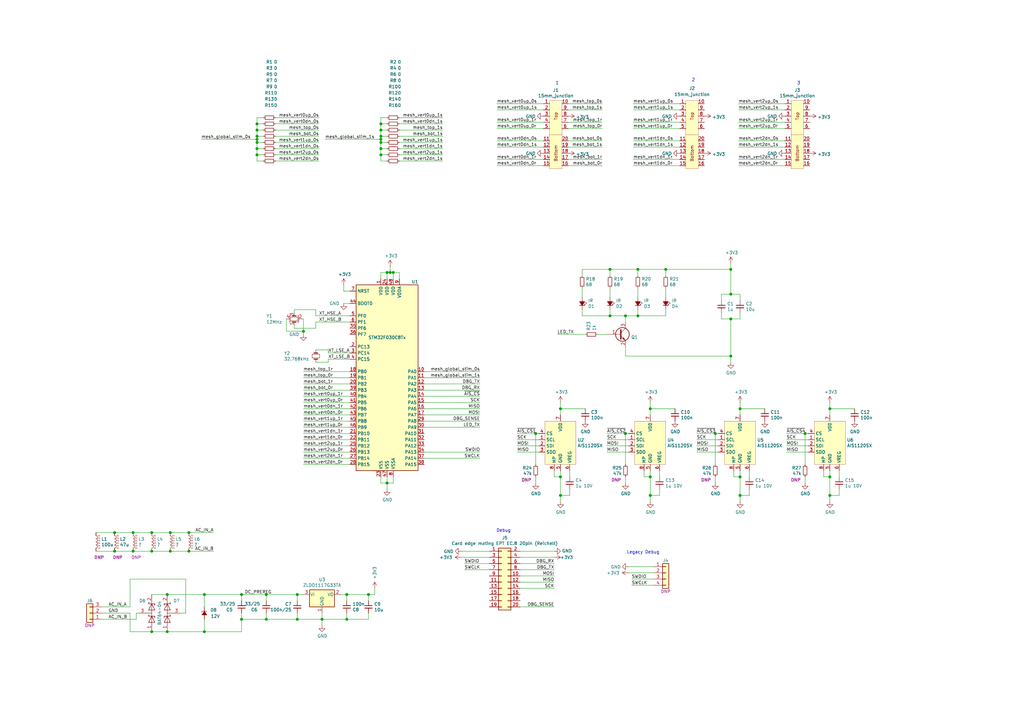
<source format=kicad_sch>
(kicad_sch (version 20200714) (host eeschema "(5.99.0-2820-g96f4e8f6f)")

  (page 1 1)

  (paper "A3")

  

  (junction (at 46.99 218.44) (diameter 1.016) (color 0 0 0 0))
  (junction (at 46.99 226.06) (diameter 1.016) (color 0 0 0 0))
  (junction (at 54.61 218.44) (diameter 1.016) (color 0 0 0 0))
  (junction (at 54.61 226.06) (diameter 1.016) (color 0 0 0 0))
  (junction (at 62.23 218.44) (diameter 1.016) (color 0 0 0 0))
  (junction (at 62.23 226.06) (diameter 1.016) (color 0 0 0 0))
  (junction (at 62.23 259.08) (diameter 1.016) (color 0 0 0 0))
  (junction (at 68.58 243.84) (diameter 1.016) (color 0 0 0 0))
  (junction (at 68.58 259.08) (diameter 1.016) (color 0 0 0 0))
  (junction (at 69.85 218.44) (diameter 1.016) (color 0 0 0 0))
  (junction (at 69.85 226.06) (diameter 1.016) (color 0 0 0 0))
  (junction (at 77.47 218.44) (diameter 1.016) (color 0 0 0 0))
  (junction (at 77.47 226.06) (diameter 1.016) (color 0 0 0 0))
  (junction (at 83.82 243.84) (diameter 1.016) (color 0 0 0 0))
  (junction (at 83.82 259.08) (diameter 1.016) (color 0 0 0 0))
  (junction (at 99.06 243.84) (diameter 1.016) (color 0 0 0 0))
  (junction (at 99.06 254) (diameter 1.016) (color 0 0 0 0))
  (junction (at 105.41 50.8) (diameter 1.016) (color 0 0 0 0))
  (junction (at 105.41 53.34) (diameter 1.016) (color 0 0 0 0))
  (junction (at 105.41 55.88) (diameter 1.016) (color 0 0 0 0))
  (junction (at 105.41 57.15) (diameter 1.016) (color 0 0 0 0))
  (junction (at 105.41 58.42) (diameter 1.016) (color 0 0 0 0))
  (junction (at 105.41 60.96) (diameter 1.016) (color 0 0 0 0))
  (junction (at 105.41 63.5) (diameter 1.016) (color 0 0 0 0))
  (junction (at 109.22 243.84) (diameter 1.016) (color 0 0 0 0))
  (junction (at 109.22 254) (diameter 1.016) (color 0 0 0 0))
  (junction (at 121.92 243.84) (diameter 1.016) (color 0 0 0 0))
  (junction (at 121.92 254) (diameter 1.016) (color 0 0 0 0))
  (junction (at 124.46 135.89) (diameter 1.016) (color 0 0 0 0))
  (junction (at 132.08 254) (diameter 1.016) (color 0 0 0 0))
  (junction (at 142.24 243.84) (diameter 1.016) (color 0 0 0 0))
  (junction (at 142.24 254) (diameter 1.016) (color 0 0 0 0))
  (junction (at 151.13 243.84) (diameter 1.016) (color 0 0 0 0))
  (junction (at 156.21 50.8) (diameter 1.016) (color 0 0 0 0))
  (junction (at 156.21 53.34) (diameter 1.016) (color 0 0 0 0))
  (junction (at 156.21 55.88) (diameter 1.016) (color 0 0 0 0))
  (junction (at 156.21 57.15) (diameter 1.016) (color 0 0 0 0))
  (junction (at 156.21 58.42) (diameter 1.016) (color 0 0 0 0))
  (junction (at 156.21 60.96) (diameter 1.016) (color 0 0 0 0))
  (junction (at 156.21 63.5) (diameter 1.016) (color 0 0 0 0))
  (junction (at 158.75 111.76) (diameter 1.016) (color 0 0 0 0))
  (junction (at 158.75 198.12) (diameter 1.016) (color 0 0 0 0))
  (junction (at 160.02 111.76) (diameter 1.016) (color 0 0 0 0))
  (junction (at 161.29 111.76) (diameter 1.016) (color 0 0 0 0))
  (junction (at 219.71 177.8) (diameter 1.016) (color 0 0 0 0))
  (junction (at 229.87 167.64) (diameter 1.016) (color 0 0 0 0))
  (junction (at 229.87 195.58) (diameter 1.016) (color 0 0 0 0))
  (junction (at 229.87 203.2) (diameter 1.016) (color 0 0 0 0))
  (junction (at 250.19 110.49) (diameter 1.016) (color 0 0 0 0))
  (junction (at 250.19 129.54) (diameter 1.016) (color 0 0 0 0))
  (junction (at 256.54 129.54) (diameter 1.016) (color 0 0 0 0))
  (junction (at 256.54 177.8) (diameter 1.016) (color 0 0 0 0))
  (junction (at 261.62 110.49) (diameter 1.016) (color 0 0 0 0))
  (junction (at 261.62 129.54) (diameter 1.016) (color 0 0 0 0))
  (junction (at 266.7 167.64) (diameter 1.016) (color 0 0 0 0))
  (junction (at 266.7 195.58) (diameter 1.016) (color 0 0 0 0))
  (junction (at 266.7 203.2) (diameter 1.016) (color 0 0 0 0))
  (junction (at 273.05 110.49) (diameter 1.016) (color 0 0 0 0))
  (junction (at 293.37 177.8) (diameter 1.016) (color 0 0 0 0))
  (junction (at 299.72 110.49) (diameter 1.016) (color 0 0 0 0))
  (junction (at 299.72 120.65) (diameter 1.016) (color 0 0 0 0))
  (junction (at 299.72 130.81) (diameter 1.016) (color 0 0 0 0))
  (junction (at 299.72 146.05) (diameter 1.016) (color 0 0 0 0))
  (junction (at 303.53 167.64) (diameter 1.016) (color 0 0 0 0))
  (junction (at 303.53 195.58) (diameter 1.016) (color 0 0 0 0))
  (junction (at 303.53 203.2) (diameter 1.016) (color 0 0 0 0))
  (junction (at 330.2 177.8) (diameter 1.016) (color 0 0 0 0))
  (junction (at 340.36 167.64) (diameter 1.016) (color 0 0 0 0))
  (junction (at 340.36 195.58) (diameter 1.016) (color 0 0 0 0))
  (junction (at 340.36 203.2) (diameter 1.016) (color 0 0 0 0))

  (wire (pts (xy 39.37 218.44) (xy 46.99 218.44))
    (stroke (width 0) (type solid) (color 0 0 0 0))
  )
  (wire (pts (xy 39.37 226.06) (xy 46.99 226.06))
    (stroke (width 0) (type solid) (color 0 0 0 0))
  )
  (wire (pts (xy 41.91 248.92) (xy 53.34 248.92))
    (stroke (width 0) (type solid) (color 0 0 0 0))
  )
  (wire (pts (xy 41.91 251.46) (xy 53.34 251.46))
    (stroke (width 0) (type solid) (color 0 0 0 0))
  )
  (wire (pts (xy 46.99 218.44) (xy 54.61 218.44))
    (stroke (width 0) (type solid) (color 0 0 0 0))
  )
  (wire (pts (xy 46.99 226.06) (xy 54.61 226.06))
    (stroke (width 0) (type solid) (color 0 0 0 0))
  )
  (wire (pts (xy 53.34 237.49) (xy 76.2 237.49))
    (stroke (width 0) (type solid) (color 0 0 0 0))
  )
  (wire (pts (xy 53.34 248.92) (xy 53.34 237.49))
    (stroke (width 0) (type solid) (color 0 0 0 0))
  )
  (wire (pts (xy 53.34 251.46) (xy 53.34 259.08))
    (stroke (width 0) (type solid) (color 0 0 0 0))
  )
  (wire (pts (xy 53.34 259.08) (xy 62.23 259.08))
    (stroke (width 0) (type solid) (color 0 0 0 0))
  )
  (wire (pts (xy 54.61 218.44) (xy 62.23 218.44))
    (stroke (width 0) (type solid) (color 0 0 0 0))
  )
  (wire (pts (xy 54.61 226.06) (xy 62.23 226.06))
    (stroke (width 0) (type solid) (color 0 0 0 0))
  )
  (wire (pts (xy 55.88 251.46) (xy 55.88 254))
    (stroke (width 0) (type solid) (color 0 0 0 0))
  )
  (wire (pts (xy 55.88 254) (xy 41.91 254))
    (stroke (width 0) (type solid) (color 0 0 0 0))
  )
  (wire (pts (xy 57.15 251.46) (xy 55.88 251.46))
    (stroke (width 0) (type solid) (color 0 0 0 0))
  )
  (wire (pts (xy 62.23 218.44) (xy 69.85 218.44))
    (stroke (width 0) (type solid) (color 0 0 0 0))
  )
  (wire (pts (xy 62.23 226.06) (xy 69.85 226.06))
    (stroke (width 0) (type solid) (color 0 0 0 0))
  )
  (wire (pts (xy 62.23 243.84) (xy 68.58 243.84))
    (stroke (width 0) (type solid) (color 0 0 0 0))
  )
  (wire (pts (xy 68.58 243.84) (xy 83.82 243.84))
    (stroke (width 0) (type solid) (color 0 0 0 0))
  )
  (wire (pts (xy 68.58 259.08) (xy 62.23 259.08))
    (stroke (width 0) (type solid) (color 0 0 0 0))
  )
  (wire (pts (xy 68.58 259.08) (xy 83.82 259.08))
    (stroke (width 0) (type solid) (color 0 0 0 0))
  )
  (wire (pts (xy 69.85 218.44) (xy 77.47 218.44))
    (stroke (width 0) (type solid) (color 0 0 0 0))
  )
  (wire (pts (xy 69.85 226.06) (xy 77.47 226.06))
    (stroke (width 0) (type solid) (color 0 0 0 0))
  )
  (wire (pts (xy 76.2 237.49) (xy 76.2 251.46))
    (stroke (width 0) (type solid) (color 0 0 0 0))
  )
  (wire (pts (xy 76.2 251.46) (xy 73.66 251.46))
    (stroke (width 0) (type solid) (color 0 0 0 0))
  )
  (wire (pts (xy 77.47 218.44) (xy 87.63 218.44))
    (stroke (width 0) (type solid) (color 0 0 0 0))
  )
  (wire (pts (xy 77.47 226.06) (xy 87.63 226.06))
    (stroke (width 0) (type solid) (color 0 0 0 0))
  )
  (wire (pts (xy 82.55 57.15) (xy 105.41 57.15))
    (stroke (width 0) (type solid) (color 0 0 0 0))
  )
  (wire (pts (xy 83.82 243.84) (xy 83.82 248.92))
    (stroke (width 0) (type solid) (color 0 0 0 0))
  )
  (wire (pts (xy 83.82 243.84) (xy 99.06 243.84))
    (stroke (width 0) (type solid) (color 0 0 0 0))
  )
  (wire (pts (xy 83.82 254) (xy 83.82 259.08))
    (stroke (width 0) (type solid) (color 0 0 0 0))
  )
  (wire (pts (xy 99.06 243.84) (xy 99.06 246.38))
    (stroke (width 0) (type solid) (color 0 0 0 0))
  )
  (wire (pts (xy 99.06 243.84) (xy 109.22 243.84))
    (stroke (width 0) (type solid) (color 0 0 0 0))
  )
  (wire (pts (xy 99.06 251.46) (xy 99.06 254))
    (stroke (width 0) (type solid) (color 0 0 0 0))
  )
  (wire (pts (xy 99.06 254) (xy 99.06 259.08))
    (stroke (width 0) (type solid) (color 0 0 0 0))
  )
  (wire (pts (xy 99.06 254) (xy 109.22 254))
    (stroke (width 0) (type solid) (color 0 0 0 0))
  )
  (wire (pts (xy 99.06 259.08) (xy 83.82 259.08))
    (stroke (width 0) (type solid) (color 0 0 0 0))
  )
  (wire (pts (xy 105.41 48.26) (xy 105.41 50.8))
    (stroke (width 0) (type solid) (color 0 0 0 0))
  )
  (wire (pts (xy 105.41 50.8) (xy 105.41 53.34))
    (stroke (width 0) (type solid) (color 0 0 0 0))
  )
  (wire (pts (xy 105.41 50.8) (xy 107.95 50.8))
    (stroke (width 0) (type solid) (color 0 0 0 0))
  )
  (wire (pts (xy 105.41 53.34) (xy 105.41 55.88))
    (stroke (width 0) (type solid) (color 0 0 0 0))
  )
  (wire (pts (xy 105.41 53.34) (xy 107.95 53.34))
    (stroke (width 0) (type solid) (color 0 0 0 0))
  )
  (wire (pts (xy 105.41 55.88) (xy 105.41 57.15))
    (stroke (width 0) (type solid) (color 0 0 0 0))
  )
  (wire (pts (xy 105.41 55.88) (xy 107.95 55.88))
    (stroke (width 0) (type solid) (color 0 0 0 0))
  )
  (wire (pts (xy 105.41 57.15) (xy 105.41 58.42))
    (stroke (width 0) (type solid) (color 0 0 0 0))
  )
  (wire (pts (xy 105.41 58.42) (xy 105.41 60.96))
    (stroke (width 0) (type solid) (color 0 0 0 0))
  )
  (wire (pts (xy 105.41 58.42) (xy 107.95 58.42))
    (stroke (width 0) (type solid) (color 0 0 0 0))
  )
  (wire (pts (xy 105.41 60.96) (xy 105.41 63.5))
    (stroke (width 0) (type solid) (color 0 0 0 0))
  )
  (wire (pts (xy 105.41 60.96) (xy 107.95 60.96))
    (stroke (width 0) (type solid) (color 0 0 0 0))
  )
  (wire (pts (xy 105.41 63.5) (xy 105.41 66.04))
    (stroke (width 0) (type solid) (color 0 0 0 0))
  )
  (wire (pts (xy 105.41 63.5) (xy 107.95 63.5))
    (stroke (width 0) (type solid) (color 0 0 0 0))
  )
  (wire (pts (xy 105.41 66.04) (xy 107.95 66.04))
    (stroke (width 0) (type solid) (color 0 0 0 0))
  )
  (wire (pts (xy 107.95 48.26) (xy 105.41 48.26))
    (stroke (width 0) (type solid) (color 0 0 0 0))
  )
  (wire (pts (xy 109.22 243.84) (xy 109.22 246.38))
    (stroke (width 0) (type solid) (color 0 0 0 0))
  )
  (wire (pts (xy 109.22 243.84) (xy 121.92 243.84))
    (stroke (width 0) (type solid) (color 0 0 0 0))
  )
  (wire (pts (xy 109.22 254) (xy 109.22 251.46))
    (stroke (width 0) (type solid) (color 0 0 0 0))
  )
  (wire (pts (xy 113.03 48.26) (xy 130.81 48.26))
    (stroke (width 0) (type solid) (color 0 0 0 0))
  )
  (wire (pts (xy 113.03 50.8) (xy 130.81 50.8))
    (stroke (width 0) (type solid) (color 0 0 0 0))
  )
  (wire (pts (xy 113.03 53.34) (xy 130.81 53.34))
    (stroke (width 0) (type solid) (color 0 0 0 0))
  )
  (wire (pts (xy 113.03 55.88) (xy 130.81 55.88))
    (stroke (width 0) (type solid) (color 0 0 0 0))
  )
  (wire (pts (xy 113.03 58.42) (xy 130.81 58.42))
    (stroke (width 0) (type solid) (color 0 0 0 0))
  )
  (wire (pts (xy 113.03 60.96) (xy 130.81 60.96))
    (stroke (width 0) (type solid) (color 0 0 0 0))
  )
  (wire (pts (xy 113.03 63.5) (xy 130.81 63.5))
    (stroke (width 0) (type solid) (color 0 0 0 0))
  )
  (wire (pts (xy 113.03 66.04) (xy 130.81 66.04))
    (stroke (width 0) (type solid) (color 0 0 0 0))
  )
  (wire (pts (xy 117.475 130.81) (xy 117.475 135.89))
    (stroke (width 0) (type solid) (color 0 0 0 0))
  )
  (wire (pts (xy 120.65 127) (xy 120.65 128.27))
    (stroke (width 0) (type solid) (color 0 0 0 0))
  )
  (wire (pts (xy 120.65 133.35) (xy 120.65 134.62))
    (stroke (width 0) (type solid) (color 0 0 0 0))
  )
  (wire (pts (xy 120.65 134.62) (xy 129.54 134.62))
    (stroke (width 0) (type solid) (color 0 0 0 0))
  )
  (wire (pts (xy 121.92 243.84) (xy 121.92 246.38))
    (stroke (width 0) (type solid) (color 0 0 0 0))
  )
  (wire (pts (xy 121.92 243.84) (xy 124.46 243.84))
    (stroke (width 0) (type solid) (color 0 0 0 0))
  )
  (wire (pts (xy 121.92 251.46) (xy 121.92 254))
    (stroke (width 0) (type solid) (color 0 0 0 0))
  )
  (wire (pts (xy 121.92 254) (xy 109.22 254))
    (stroke (width 0) (type solid) (color 0 0 0 0))
  )
  (wire (pts (xy 123.825 130.81) (xy 124.46 130.81))
    (stroke (width 0) (type solid) (color 0 0 0 0))
  )
  (wire (pts (xy 124.46 130.81) (xy 124.46 135.89))
    (stroke (width 0) (type solid) (color 0 0 0 0))
  )
  (wire (pts (xy 124.46 135.89) (xy 117.475 135.89))
    (stroke (width 0) (type solid) (color 0 0 0 0))
  )
  (wire (pts (xy 124.46 135.89) (xy 124.46 137.16))
    (stroke (width 0) (type solid) (color 0 0 0 0))
  )
  (wire (pts (xy 124.46 152.4) (xy 143.51 152.4))
    (stroke (width 0) (type solid) (color 0 0 0 0))
  )
  (wire (pts (xy 124.46 154.94) (xy 143.51 154.94))
    (stroke (width 0) (type solid) (color 0 0 0 0))
  )
  (wire (pts (xy 124.46 157.48) (xy 143.51 157.48))
    (stroke (width 0) (type solid) (color 0 0 0 0))
  )
  (wire (pts (xy 124.46 160.02) (xy 143.51 160.02))
    (stroke (width 0) (type solid) (color 0 0 0 0))
  )
  (wire (pts (xy 124.46 162.56) (xy 143.51 162.56))
    (stroke (width 0) (type solid) (color 0 0 0 0))
  )
  (wire (pts (xy 124.46 165.1) (xy 143.51 165.1))
    (stroke (width 0) (type solid) (color 0 0 0 0))
  )
  (wire (pts (xy 124.46 167.64) (xy 143.51 167.64))
    (stroke (width 0) (type solid) (color 0 0 0 0))
  )
  (wire (pts (xy 124.46 170.18) (xy 143.51 170.18))
    (stroke (width 0) (type solid) (color 0 0 0 0))
  )
  (wire (pts (xy 124.46 172.72) (xy 143.51 172.72))
    (stroke (width 0) (type solid) (color 0 0 0 0))
  )
  (wire (pts (xy 124.46 175.26) (xy 143.51 175.26))
    (stroke (width 0) (type solid) (color 0 0 0 0))
  )
  (wire (pts (xy 124.46 177.8) (xy 143.51 177.8))
    (stroke (width 0) (type solid) (color 0 0 0 0))
  )
  (wire (pts (xy 124.46 180.34) (xy 143.51 180.34))
    (stroke (width 0) (type solid) (color 0 0 0 0))
  )
  (wire (pts (xy 124.46 182.88) (xy 143.51 182.88))
    (stroke (width 0) (type solid) (color 0 0 0 0))
  )
  (wire (pts (xy 124.46 185.42) (xy 143.51 185.42))
    (stroke (width 0) (type solid) (color 0 0 0 0))
  )
  (wire (pts (xy 124.46 187.96) (xy 143.51 187.96))
    (stroke (width 0) (type solid) (color 0 0 0 0))
  )
  (wire (pts (xy 124.46 190.5) (xy 143.51 190.5))
    (stroke (width 0) (type solid) (color 0 0 0 0))
  )
  (wire (pts (xy 129.54 127) (xy 120.65 127))
    (stroke (width 0) (type solid) (color 0 0 0 0))
  )
  (wire (pts (xy 129.54 129.54) (xy 129.54 127))
    (stroke (width 0) (type solid) (color 0 0 0 0))
  )
  (wire (pts (xy 129.54 132.08) (xy 143.51 132.08))
    (stroke (width 0) (type solid) (color 0 0 0 0))
  )
  (wire (pts (xy 129.54 134.62) (xy 129.54 132.08))
    (stroke (width 0) (type solid) (color 0 0 0 0))
  )
  (wire (pts (xy 129.54 148.59) (xy 134.62 148.59))
    (stroke (width 0) (type solid) (color 0 0 0 0))
  )
  (wire (pts (xy 132.08 251.46) (xy 132.08 254))
    (stroke (width 0) (type solid) (color 0 0 0 0))
  )
  (wire (pts (xy 132.08 254) (xy 121.92 254))
    (stroke (width 0) (type solid) (color 0 0 0 0))
  )
  (wire (pts (xy 132.08 254) (xy 132.08 256.54))
    (stroke (width 0) (type solid) (color 0 0 0 0))
  )
  (wire (pts (xy 132.08 254) (xy 142.24 254))
    (stroke (width 0) (type solid) (color 0 0 0 0))
  )
  (wire (pts (xy 133.35 57.15) (xy 156.21 57.15))
    (stroke (width 0) (type solid) (color 0 0 0 0))
  )
  (wire (pts (xy 134.62 143.51) (xy 129.54 143.51))
    (stroke (width 0) (type solid) (color 0 0 0 0))
  )
  (wire (pts (xy 134.62 144.78) (xy 134.62 143.51))
    (stroke (width 0) (type solid) (color 0 0 0 0))
  )
  (wire (pts (xy 134.62 147.32) (xy 143.51 147.32))
    (stroke (width 0) (type solid) (color 0 0 0 0))
  )
  (wire (pts (xy 134.62 148.59) (xy 134.62 147.32))
    (stroke (width 0) (type solid) (color 0 0 0 0))
  )
  (wire (pts (xy 139.7 243.84) (xy 142.24 243.84))
    (stroke (width 0) (type solid) (color 0 0 0 0))
  )
  (wire (pts (xy 140.97 116.84) (xy 140.97 119.38))
    (stroke (width 0) (type solid) (color 0 0 0 0))
  )
  (wire (pts (xy 140.97 119.38) (xy 143.51 119.38))
    (stroke (width 0) (type solid) (color 0 0 0 0))
  )
  (wire (pts (xy 140.97 124.46) (xy 143.51 124.46))
    (stroke (width 0) (type solid) (color 0 0 0 0))
  )
  (wire (pts (xy 142.24 243.84) (xy 142.24 246.38))
    (stroke (width 0) (type solid) (color 0 0 0 0))
  )
  (wire (pts (xy 142.24 243.84) (xy 151.13 243.84))
    (stroke (width 0) (type solid) (color 0 0 0 0))
  )
  (wire (pts (xy 142.24 251.46) (xy 142.24 254))
    (stroke (width 0) (type solid) (color 0 0 0 0))
  )
  (wire (pts (xy 142.24 254) (xy 151.13 254))
    (stroke (width 0) (type solid) (color 0 0 0 0))
  )
  (wire (pts (xy 143.51 129.54) (xy 129.54 129.54))
    (stroke (width 0) (type solid) (color 0 0 0 0))
  )
  (wire (pts (xy 143.51 144.78) (xy 134.62 144.78))
    (stroke (width 0) (type solid) (color 0 0 0 0))
  )
  (wire (pts (xy 151.13 243.84) (xy 151.13 246.38))
    (stroke (width 0) (type solid) (color 0 0 0 0))
  )
  (wire (pts (xy 151.13 254) (xy 151.13 251.46))
    (stroke (width 0) (type solid) (color 0 0 0 0))
  )
  (wire (pts (xy 153.67 241.3) (xy 153.67 243.84))
    (stroke (width 0) (type solid) (color 0 0 0 0))
  )
  (wire (pts (xy 153.67 243.84) (xy 151.13 243.84))
    (stroke (width 0) (type solid) (color 0 0 0 0))
  )
  (wire (pts (xy 156.21 48.26) (xy 156.21 50.8))
    (stroke (width 0) (type solid) (color 0 0 0 0))
  )
  (wire (pts (xy 156.21 50.8) (xy 156.21 53.34))
    (stroke (width 0) (type solid) (color 0 0 0 0))
  )
  (wire (pts (xy 156.21 50.8) (xy 158.75 50.8))
    (stroke (width 0) (type solid) (color 0 0 0 0))
  )
  (wire (pts (xy 156.21 53.34) (xy 156.21 55.88))
    (stroke (width 0) (type solid) (color 0 0 0 0))
  )
  (wire (pts (xy 156.21 53.34) (xy 158.75 53.34))
    (stroke (width 0) (type solid) (color 0 0 0 0))
  )
  (wire (pts (xy 156.21 55.88) (xy 156.21 57.15))
    (stroke (width 0) (type solid) (color 0 0 0 0))
  )
  (wire (pts (xy 156.21 55.88) (xy 158.75 55.88))
    (stroke (width 0) (type solid) (color 0 0 0 0))
  )
  (wire (pts (xy 156.21 57.15) (xy 156.21 58.42))
    (stroke (width 0) (type solid) (color 0 0 0 0))
  )
  (wire (pts (xy 156.21 58.42) (xy 156.21 60.96))
    (stroke (width 0) (type solid) (color 0 0 0 0))
  )
  (wire (pts (xy 156.21 58.42) (xy 158.75 58.42))
    (stroke (width 0) (type solid) (color 0 0 0 0))
  )
  (wire (pts (xy 156.21 60.96) (xy 156.21 63.5))
    (stroke (width 0) (type solid) (color 0 0 0 0))
  )
  (wire (pts (xy 156.21 60.96) (xy 158.75 60.96))
    (stroke (width 0) (type solid) (color 0 0 0 0))
  )
  (wire (pts (xy 156.21 63.5) (xy 156.21 66.04))
    (stroke (width 0) (type solid) (color 0 0 0 0))
  )
  (wire (pts (xy 156.21 63.5) (xy 158.75 63.5))
    (stroke (width 0) (type solid) (color 0 0 0 0))
  )
  (wire (pts (xy 156.21 66.04) (xy 158.75 66.04))
    (stroke (width 0) (type solid) (color 0 0 0 0))
  )
  (wire (pts (xy 156.21 111.76) (xy 158.75 111.76))
    (stroke (width 0) (type solid) (color 0 0 0 0))
  )
  (wire (pts (xy 156.21 114.3) (xy 156.21 111.76))
    (stroke (width 0) (type solid) (color 0 0 0 0))
  )
  (wire (pts (xy 156.21 195.58) (xy 156.21 198.12))
    (stroke (width 0) (type solid) (color 0 0 0 0))
  )
  (wire (pts (xy 156.21 198.12) (xy 158.75 198.12))
    (stroke (width 0) (type solid) (color 0 0 0 0))
  )
  (wire (pts (xy 158.75 48.26) (xy 156.21 48.26))
    (stroke (width 0) (type solid) (color 0 0 0 0))
  )
  (wire (pts (xy 158.75 111.76) (xy 158.75 114.3))
    (stroke (width 0) (type solid) (color 0 0 0 0))
  )
  (wire (pts (xy 158.75 111.76) (xy 160.02 111.76))
    (stroke (width 0) (type solid) (color 0 0 0 0))
  )
  (wire (pts (xy 158.75 195.58) (xy 158.75 198.12))
    (stroke (width 0) (type solid) (color 0 0 0 0))
  )
  (wire (pts (xy 158.75 198.12) (xy 158.75 200.66))
    (stroke (width 0) (type solid) (color 0 0 0 0))
  )
  (wire (pts (xy 158.75 198.12) (xy 161.29 198.12))
    (stroke (width 0) (type solid) (color 0 0 0 0))
  )
  (wire (pts (xy 160.02 109.22) (xy 160.02 111.76))
    (stroke (width 0) (type solid) (color 0 0 0 0))
  )
  (wire (pts (xy 160.02 111.76) (xy 161.29 111.76))
    (stroke (width 0) (type solid) (color 0 0 0 0))
  )
  (wire (pts (xy 161.29 111.76) (xy 161.29 114.3))
    (stroke (width 0) (type solid) (color 0 0 0 0))
  )
  (wire (pts (xy 161.29 111.76) (xy 163.83 111.76))
    (stroke (width 0) (type solid) (color 0 0 0 0))
  )
  (wire (pts (xy 161.29 195.58) (xy 161.29 198.12))
    (stroke (width 0) (type solid) (color 0 0 0 0))
  )
  (wire (pts (xy 163.83 48.26) (xy 181.61 48.26))
    (stroke (width 0) (type solid) (color 0 0 0 0))
  )
  (wire (pts (xy 163.83 50.8) (xy 181.61 50.8))
    (stroke (width 0) (type solid) (color 0 0 0 0))
  )
  (wire (pts (xy 163.83 53.34) (xy 181.61 53.34))
    (stroke (width 0) (type solid) (color 0 0 0 0))
  )
  (wire (pts (xy 163.83 55.88) (xy 181.61 55.88))
    (stroke (width 0) (type solid) (color 0 0 0 0))
  )
  (wire (pts (xy 163.83 58.42) (xy 181.61 58.42))
    (stroke (width 0) (type solid) (color 0 0 0 0))
  )
  (wire (pts (xy 163.83 60.96) (xy 181.61 60.96))
    (stroke (width 0) (type solid) (color 0 0 0 0))
  )
  (wire (pts (xy 163.83 63.5) (xy 181.61 63.5))
    (stroke (width 0) (type solid) (color 0 0 0 0))
  )
  (wire (pts (xy 163.83 66.04) (xy 181.61 66.04))
    (stroke (width 0) (type solid) (color 0 0 0 0))
  )
  (wire (pts (xy 163.83 111.76) (xy 163.83 114.3))
    (stroke (width 0) (type solid) (color 0 0 0 0))
  )
  (wire (pts (xy 173.99 152.4) (xy 196.85 152.4))
    (stroke (width 0) (type solid) (color 0 0 0 0))
  )
  (wire (pts (xy 173.99 154.94) (xy 196.85 154.94))
    (stroke (width 0) (type solid) (color 0 0 0 0))
  )
  (wire (pts (xy 173.99 157.48) (xy 196.85 157.48))
    (stroke (width 0) (type solid) (color 0 0 0 0))
  )
  (wire (pts (xy 173.99 160.02) (xy 196.85 160.02))
    (stroke (width 0) (type solid) (color 0 0 0 0))
  )
  (wire (pts (xy 173.99 172.72) (xy 196.85 172.72))
    (stroke (width 0) (type solid) (color 0 0 0 0))
  )
  (wire (pts (xy 173.99 175.26) (xy 196.85 175.26))
    (stroke (width 0) (type solid) (color 0 0 0 0))
  )
  (wire (pts (xy 173.99 185.42) (xy 196.85 185.42))
    (stroke (width 0) (type solid) (color 0 0 0 0))
  )
  (wire (pts (xy 173.99 187.96) (xy 196.85 187.96))
    (stroke (width 0) (type solid) (color 0 0 0 0))
  )
  (wire (pts (xy 187.96 162.56) (xy 173.99 162.56))
    (stroke (width 0) (type solid) (color 0 0 0 0))
  )
  (wire (pts (xy 187.96 162.56) (xy 196.85 162.56))
    (stroke (width 0) (type solid) (color 0 0 0 0))
  )
  (wire (pts (xy 187.96 165.1) (xy 173.99 165.1))
    (stroke (width 0) (type solid) (color 0 0 0 0))
  )
  (wire (pts (xy 187.96 165.1) (xy 196.85 165.1))
    (stroke (width 0) (type solid) (color 0 0 0 0))
  )
  (wire (pts (xy 187.96 167.64) (xy 173.99 167.64))
    (stroke (width 0) (type solid) (color 0 0 0 0))
  )
  (wire (pts (xy 187.96 167.64) (xy 196.85 167.64))
    (stroke (width 0) (type solid) (color 0 0 0 0))
  )
  (wire (pts (xy 187.96 170.18) (xy 173.99 170.18))
    (stroke (width 0) (type solid) (color 0 0 0 0))
  )
  (wire (pts (xy 187.96 170.18) (xy 196.85 170.18))
    (stroke (width 0) (type solid) (color 0 0 0 0))
  )
  (wire (pts (xy 189.23 226.06) (xy 200.66 226.06))
    (stroke (width 0) (type solid) (color 0 0 0 0))
  )
  (wire (pts (xy 189.23 228.6) (xy 200.66 228.6))
    (stroke (width 0) (type solid) (color 0 0 0 0))
  )
  (wire (pts (xy 190.5 231.14) (xy 200.66 231.14))
    (stroke (width 0) (type solid) (color 0 0 0 0))
  )
  (wire (pts (xy 190.5 233.68) (xy 200.66 233.68))
    (stroke (width 0) (type solid) (color 0 0 0 0))
  )
  (wire (pts (xy 203.835 42.545) (xy 222.885 42.545))
    (stroke (width 0) (type solid) (color 0 0 0 0))
  )
  (wire (pts (xy 203.835 45.085) (xy 222.885 45.085))
    (stroke (width 0) (type solid) (color 0 0 0 0))
  )
  (wire (pts (xy 203.835 50.165) (xy 222.885 50.165))
    (stroke (width 0) (type solid) (color 0 0 0 0))
  )
  (wire (pts (xy 203.835 52.705) (xy 222.885 52.705))
    (stroke (width 0) (type solid) (color 0 0 0 0))
  )
  (wire (pts (xy 203.835 57.785) (xy 222.885 57.785))
    (stroke (width 0) (type solid) (color 0 0 0 0))
  )
  (wire (pts (xy 203.835 60.325) (xy 222.885 60.325))
    (stroke (width 0) (type solid) (color 0 0 0 0))
  )
  (wire (pts (xy 203.835 65.405) (xy 222.885 65.405))
    (stroke (width 0) (type solid) (color 0 0 0 0))
  )
  (wire (pts (xy 203.835 67.945) (xy 222.885 67.945))
    (stroke (width 0) (type solid) (color 0 0 0 0))
  )
  (wire (pts (xy 212.09 177.8) (xy 219.71 177.8))
    (stroke (width 0) (type solid) (color 0 0 0 0))
  )
  (wire (pts (xy 212.09 180.34) (xy 220.98 180.34))
    (stroke (width 0) (type solid) (color 0 0 0 0))
  )
  (wire (pts (xy 212.09 182.88) (xy 220.98 182.88))
    (stroke (width 0) (type solid) (color 0 0 0 0))
  )
  (wire (pts (xy 212.09 185.42) (xy 220.98 185.42))
    (stroke (width 0) (type solid) (color 0 0 0 0))
  )
  (wire (pts (xy 213.36 226.06) (xy 227.33 226.06))
    (stroke (width 0) (type solid) (color 0 0 0 0))
  )
  (wire (pts (xy 213.36 228.6) (xy 227.33 228.6))
    (stroke (width 0) (type solid) (color 0 0 0 0))
  )
  (wire (pts (xy 213.36 231.14) (xy 227.33 231.14))
    (stroke (width 0) (type solid) (color 0 0 0 0))
  )
  (wire (pts (xy 213.36 233.68) (xy 227.33 233.68))
    (stroke (width 0) (type solid) (color 0 0 0 0))
  )
  (wire (pts (xy 213.36 236.22) (xy 227.33 236.22))
    (stroke (width 0) (type solid) (color 0 0 0 0))
  )
  (wire (pts (xy 213.36 238.76) (xy 227.33 238.76))
    (stroke (width 0) (type solid) (color 0 0 0 0))
  )
  (wire (pts (xy 213.36 241.3) (xy 227.33 241.3))
    (stroke (width 0) (type solid) (color 0 0 0 0))
  )
  (wire (pts (xy 213.36 248.92) (xy 227.33 248.92))
    (stroke (width 0) (type solid) (color 0 0 0 0))
  )
  (wire (pts (xy 219.71 177.8) (xy 219.71 190.5))
    (stroke (width 0) (type solid) (color 0 0 0 0))
  )
  (wire (pts (xy 219.71 177.8) (xy 220.98 177.8))
    (stroke (width 0) (type solid) (color 0 0 0 0))
  )
  (wire (pts (xy 219.71 195.58) (xy 219.71 198.12))
    (stroke (width 0) (type solid) (color 0 0 0 0))
  )
  (wire (pts (xy 227.33 193.04) (xy 227.33 195.58))
    (stroke (width 0) (type solid) (color 0 0 0 0))
  )
  (wire (pts (xy 227.33 195.58) (xy 229.87 195.58))
    (stroke (width 0) (type solid) (color 0 0 0 0))
  )
  (wire (pts (xy 228.6 137.16) (xy 240.03 137.16))
    (stroke (width 0) (type solid) (color 0 0 0 0))
  )
  (wire (pts (xy 229.87 165.1) (xy 229.87 167.64))
    (stroke (width 0) (type solid) (color 0 0 0 0))
  )
  (wire (pts (xy 229.87 167.64) (xy 229.87 170.18))
    (stroke (width 0) (type solid) (color 0 0 0 0))
  )
  (wire (pts (xy 229.87 193.04) (xy 229.87 195.58))
    (stroke (width 0) (type solid) (color 0 0 0 0))
  )
  (wire (pts (xy 229.87 195.58) (xy 229.87 203.2))
    (stroke (width 0) (type solid) (color 0 0 0 0))
  )
  (wire (pts (xy 229.87 203.2) (xy 229.87 205.74))
    (stroke (width 0) (type solid) (color 0 0 0 0))
  )
  (wire (pts (xy 233.045 42.545) (xy 247.015 42.545))
    (stroke (width 0) (type solid) (color 0 0 0 0))
  )
  (wire (pts (xy 233.045 45.085) (xy 247.015 45.085))
    (stroke (width 0) (type solid) (color 0 0 0 0))
  )
  (wire (pts (xy 233.045 50.165) (xy 247.015 50.165))
    (stroke (width 0) (type solid) (color 0 0 0 0))
  )
  (wire (pts (xy 233.045 52.705) (xy 247.015 52.705))
    (stroke (width 0) (type solid) (color 0 0 0 0))
  )
  (wire (pts (xy 233.045 57.785) (xy 247.015 57.785))
    (stroke (width 0) (type solid) (color 0 0 0 0))
  )
  (wire (pts (xy 233.045 60.325) (xy 247.015 60.325))
    (stroke (width 0) (type solid) (color 0 0 0 0))
  )
  (wire (pts (xy 233.045 65.405) (xy 247.015 65.405))
    (stroke (width 0) (type solid) (color 0 0 0 0))
  )
  (wire (pts (xy 233.045 67.945) (xy 247.015 67.945))
    (stroke (width 0) (type solid) (color 0 0 0 0))
  )
  (wire (pts (xy 233.68 193.04) (xy 233.68 195.58))
    (stroke (width 0) (type solid) (color 0 0 0 0))
  )
  (wire (pts (xy 233.68 200.66) (xy 233.68 203.2))
    (stroke (width 0) (type solid) (color 0 0 0 0))
  )
  (wire (pts (xy 233.68 203.2) (xy 229.87 203.2))
    (stroke (width 0) (type solid) (color 0 0 0 0))
  )
  (wire (pts (xy 238.76 110.49) (xy 250.19 110.49))
    (stroke (width 0) (type solid) (color 0 0 0 0))
  )
  (wire (pts (xy 238.76 113.03) (xy 238.76 110.49))
    (stroke (width 0) (type solid) (color 0 0 0 0))
  )
  (wire (pts (xy 238.76 118.11) (xy 238.76 121.92))
    (stroke (width 0) (type solid) (color 0 0 0 0))
  )
  (wire (pts (xy 238.76 129.54) (xy 238.76 127))
    (stroke (width 0) (type solid) (color 0 0 0 0))
  )
  (wire (pts (xy 240.03 167.64) (xy 229.87 167.64))
    (stroke (width 0) (type solid) (color 0 0 0 0))
  )
  (wire (pts (xy 245.11 137.16) (xy 248.92 137.16))
    (stroke (width 0) (type solid) (color 0 0 0 0))
  )
  (wire (pts (xy 248.92 177.8) (xy 256.54 177.8))
    (stroke (width 0) (type solid) (color 0 0 0 0))
  )
  (wire (pts (xy 248.92 180.34) (xy 257.81 180.34))
    (stroke (width 0) (type solid) (color 0 0 0 0))
  )
  (wire (pts (xy 248.92 182.88) (xy 257.81 182.88))
    (stroke (width 0) (type solid) (color 0 0 0 0))
  )
  (wire (pts (xy 248.92 185.42) (xy 257.81 185.42))
    (stroke (width 0) (type solid) (color 0 0 0 0))
  )
  (wire (pts (xy 250.19 110.49) (xy 250.19 113.03))
    (stroke (width 0) (type solid) (color 0 0 0 0))
  )
  (wire (pts (xy 250.19 110.49) (xy 261.62 110.49))
    (stroke (width 0) (type solid) (color 0 0 0 0))
  )
  (wire (pts (xy 250.19 118.11) (xy 250.19 121.92))
    (stroke (width 0) (type solid) (color 0 0 0 0))
  )
  (wire (pts (xy 250.19 127) (xy 250.19 129.54))
    (stroke (width 0) (type solid) (color 0 0 0 0))
  )
  (wire (pts (xy 250.19 129.54) (xy 238.76 129.54))
    (stroke (width 0) (type solid) (color 0 0 0 0))
  )
  (wire (pts (xy 256.54 129.54) (xy 250.19 129.54))
    (stroke (width 0) (type solid) (color 0 0 0 0))
  )
  (wire (pts (xy 256.54 129.54) (xy 256.54 132.08))
    (stroke (width 0) (type solid) (color 0 0 0 0))
  )
  (wire (pts (xy 256.54 146.05) (xy 256.54 142.24))
    (stroke (width 0) (type solid) (color 0 0 0 0))
  )
  (wire (pts (xy 256.54 146.05) (xy 299.72 146.05))
    (stroke (width 0) (type solid) (color 0 0 0 0))
  )
  (wire (pts (xy 256.54 177.8) (xy 256.54 190.5))
    (stroke (width 0) (type solid) (color 0 0 0 0))
  )
  (wire (pts (xy 256.54 177.8) (xy 257.81 177.8))
    (stroke (width 0) (type solid) (color 0 0 0 0))
  )
  (wire (pts (xy 256.54 195.58) (xy 256.54 198.12))
    (stroke (width 0) (type solid) (color 0 0 0 0))
  )
  (wire (pts (xy 257.81 232.41) (xy 267.97 232.41))
    (stroke (width 0) (type solid) (color 0 0 0 0))
  )
  (wire (pts (xy 257.81 234.95) (xy 267.97 234.95))
    (stroke (width 0) (type solid) (color 0 0 0 0))
  )
  (wire (pts (xy 259.08 237.49) (xy 267.97 237.49))
    (stroke (width 0) (type solid) (color 0 0 0 0))
  )
  (wire (pts (xy 259.08 240.03) (xy 267.97 240.03))
    (stroke (width 0) (type solid) (color 0 0 0 0))
  )
  (wire (pts (xy 259.715 42.545) (xy 278.765 42.545))
    (stroke (width 0) (type solid) (color 0 0 0 0))
  )
  (wire (pts (xy 259.715 45.085) (xy 278.765 45.085))
    (stroke (width 0) (type solid) (color 0 0 0 0))
  )
  (wire (pts (xy 259.715 50.165) (xy 278.765 50.165))
    (stroke (width 0) (type solid) (color 0 0 0 0))
  )
  (wire (pts (xy 259.715 52.705) (xy 278.765 52.705))
    (stroke (width 0) (type solid) (color 0 0 0 0))
  )
  (wire (pts (xy 259.715 57.785) (xy 278.765 57.785))
    (stroke (width 0) (type solid) (color 0 0 0 0))
  )
  (wire (pts (xy 259.715 60.325) (xy 278.765 60.325))
    (stroke (width 0) (type solid) (color 0 0 0 0))
  )
  (wire (pts (xy 259.715 65.405) (xy 278.765 65.405))
    (stroke (width 0) (type solid) (color 0 0 0 0))
  )
  (wire (pts (xy 259.715 67.945) (xy 278.765 67.945))
    (stroke (width 0) (type solid) (color 0 0 0 0))
  )
  (wire (pts (xy 261.62 110.49) (xy 261.62 113.03))
    (stroke (width 0) (type solid) (color 0 0 0 0))
  )
  (wire (pts (xy 261.62 110.49) (xy 273.05 110.49))
    (stroke (width 0) (type solid) (color 0 0 0 0))
  )
  (wire (pts (xy 261.62 118.11) (xy 261.62 121.92))
    (stroke (width 0) (type solid) (color 0 0 0 0))
  )
  (wire (pts (xy 261.62 127) (xy 261.62 129.54))
    (stroke (width 0) (type solid) (color 0 0 0 0))
  )
  (wire (pts (xy 261.62 129.54) (xy 256.54 129.54))
    (stroke (width 0) (type solid) (color 0 0 0 0))
  )
  (wire (pts (xy 264.16 193.04) (xy 264.16 195.58))
    (stroke (width 0) (type solid) (color 0 0 0 0))
  )
  (wire (pts (xy 264.16 195.58) (xy 266.7 195.58))
    (stroke (width 0) (type solid) (color 0 0 0 0))
  )
  (wire (pts (xy 266.7 165.1) (xy 266.7 167.64))
    (stroke (width 0) (type solid) (color 0 0 0 0))
  )
  (wire (pts (xy 266.7 167.64) (xy 266.7 170.18))
    (stroke (width 0) (type solid) (color 0 0 0 0))
  )
  (wire (pts (xy 266.7 193.04) (xy 266.7 195.58))
    (stroke (width 0) (type solid) (color 0 0 0 0))
  )
  (wire (pts (xy 266.7 195.58) (xy 266.7 203.2))
    (stroke (width 0) (type solid) (color 0 0 0 0))
  )
  (wire (pts (xy 266.7 203.2) (xy 266.7 205.74))
    (stroke (width 0) (type solid) (color 0 0 0 0))
  )
  (wire (pts (xy 270.51 193.04) (xy 270.51 195.58))
    (stroke (width 0) (type solid) (color 0 0 0 0))
  )
  (wire (pts (xy 270.51 200.66) (xy 270.51 203.2))
    (stroke (width 0) (type solid) (color 0 0 0 0))
  )
  (wire (pts (xy 270.51 203.2) (xy 266.7 203.2))
    (stroke (width 0) (type solid) (color 0 0 0 0))
  )
  (wire (pts (xy 273.05 110.49) (xy 273.05 113.03))
    (stroke (width 0) (type solid) (color 0 0 0 0))
  )
  (wire (pts (xy 273.05 110.49) (xy 299.72 110.49))
    (stroke (width 0) (type solid) (color 0 0 0 0))
  )
  (wire (pts (xy 273.05 118.11) (xy 273.05 121.92))
    (stroke (width 0) (type solid) (color 0 0 0 0))
  )
  (wire (pts (xy 273.05 127) (xy 273.05 129.54))
    (stroke (width 0) (type solid) (color 0 0 0 0))
  )
  (wire (pts (xy 273.05 129.54) (xy 261.62 129.54))
    (stroke (width 0) (type solid) (color 0 0 0 0))
  )
  (wire (pts (xy 276.86 167.64) (xy 266.7 167.64))
    (stroke (width 0) (type solid) (color 0 0 0 0))
  )
  (wire (pts (xy 285.75 177.8) (xy 293.37 177.8))
    (stroke (width 0) (type solid) (color 0 0 0 0))
  )
  (wire (pts (xy 285.75 180.34) (xy 294.64 180.34))
    (stroke (width 0) (type solid) (color 0 0 0 0))
  )
  (wire (pts (xy 285.75 182.88) (xy 294.64 182.88))
    (stroke (width 0) (type solid) (color 0 0 0 0))
  )
  (wire (pts (xy 285.75 185.42) (xy 294.64 185.42))
    (stroke (width 0) (type solid) (color 0 0 0 0))
  )
  (wire (pts (xy 293.37 177.8) (xy 293.37 190.5))
    (stroke (width 0) (type solid) (color 0 0 0 0))
  )
  (wire (pts (xy 293.37 177.8) (xy 294.64 177.8))
    (stroke (width 0) (type solid) (color 0 0 0 0))
  )
  (wire (pts (xy 293.37 195.58) (xy 293.37 198.12))
    (stroke (width 0) (type solid) (color 0 0 0 0))
  )
  (wire (pts (xy 295.91 120.65) (xy 295.91 123.19))
    (stroke (width 0) (type solid) (color 0 0 0 0))
  )
  (wire (pts (xy 295.91 128.27) (xy 295.91 130.81))
    (stroke (width 0) (type solid) (color 0 0 0 0))
  )
  (wire (pts (xy 295.91 130.81) (xy 299.72 130.81))
    (stroke (width 0) (type solid) (color 0 0 0 0))
  )
  (wire (pts (xy 299.72 107.95) (xy 299.72 110.49))
    (stroke (width 0) (type solid) (color 0 0 0 0))
  )
  (wire (pts (xy 299.72 110.49) (xy 299.72 120.65))
    (stroke (width 0) (type solid) (color 0 0 0 0))
  )
  (wire (pts (xy 299.72 120.65) (xy 295.91 120.65))
    (stroke (width 0) (type solid) (color 0 0 0 0))
  )
  (wire (pts (xy 299.72 130.81) (xy 299.72 146.05))
    (stroke (width 0) (type solid) (color 0 0 0 0))
  )
  (wire (pts (xy 299.72 130.81) (xy 303.53 130.81))
    (stroke (width 0) (type solid) (color 0 0 0 0))
  )
  (wire (pts (xy 299.72 146.05) (xy 299.72 148.59))
    (stroke (width 0) (type solid) (color 0 0 0 0))
  )
  (wire (pts (xy 300.99 193.04) (xy 300.99 195.58))
    (stroke (width 0) (type solid) (color 0 0 0 0))
  )
  (wire (pts (xy 300.99 195.58) (xy 303.53 195.58))
    (stroke (width 0) (type solid) (color 0 0 0 0))
  )
  (wire (pts (xy 302.895 42.545) (xy 321.945 42.545))
    (stroke (width 0) (type solid) (color 0 0 0 0))
  )
  (wire (pts (xy 302.895 45.085) (xy 321.945 45.085))
    (stroke (width 0) (type solid) (color 0 0 0 0))
  )
  (wire (pts (xy 302.895 50.165) (xy 321.945 50.165))
    (stroke (width 0) (type solid) (color 0 0 0 0))
  )
  (wire (pts (xy 302.895 52.705) (xy 321.945 52.705))
    (stroke (width 0) (type solid) (color 0 0 0 0))
  )
  (wire (pts (xy 302.895 57.785) (xy 321.945 57.785))
    (stroke (width 0) (type solid) (color 0 0 0 0))
  )
  (wire (pts (xy 302.895 60.325) (xy 321.945 60.325))
    (stroke (width 0) (type solid) (color 0 0 0 0))
  )
  (wire (pts (xy 302.895 65.405) (xy 321.945 65.405))
    (stroke (width 0) (type solid) (color 0 0 0 0))
  )
  (wire (pts (xy 302.895 67.945) (xy 321.945 67.945))
    (stroke (width 0) (type solid) (color 0 0 0 0))
  )
  (wire (pts (xy 303.53 120.65) (xy 299.72 120.65))
    (stroke (width 0) (type solid) (color 0 0 0 0))
  )
  (wire (pts (xy 303.53 123.19) (xy 303.53 120.65))
    (stroke (width 0) (type solid) (color 0 0 0 0))
  )
  (wire (pts (xy 303.53 130.81) (xy 303.53 128.27))
    (stroke (width 0) (type solid) (color 0 0 0 0))
  )
  (wire (pts (xy 303.53 165.1) (xy 303.53 167.64))
    (stroke (width 0) (type solid) (color 0 0 0 0))
  )
  (wire (pts (xy 303.53 167.64) (xy 303.53 170.18))
    (stroke (width 0) (type solid) (color 0 0 0 0))
  )
  (wire (pts (xy 303.53 193.04) (xy 303.53 195.58))
    (stroke (width 0) (type solid) (color 0 0 0 0))
  )
  (wire (pts (xy 303.53 195.58) (xy 303.53 203.2))
    (stroke (width 0) (type solid) (color 0 0 0 0))
  )
  (wire (pts (xy 303.53 203.2) (xy 303.53 205.74))
    (stroke (width 0) (type solid) (color 0 0 0 0))
  )
  (wire (pts (xy 307.34 193.04) (xy 307.34 195.58))
    (stroke (width 0) (type solid) (color 0 0 0 0))
  )
  (wire (pts (xy 307.34 200.66) (xy 307.34 203.2))
    (stroke (width 0) (type solid) (color 0 0 0 0))
  )
  (wire (pts (xy 307.34 203.2) (xy 303.53 203.2))
    (stroke (width 0) (type solid) (color 0 0 0 0))
  )
  (wire (pts (xy 313.69 167.64) (xy 303.53 167.64))
    (stroke (width 0) (type solid) (color 0 0 0 0))
  )
  (wire (pts (xy 322.58 177.8) (xy 330.2 177.8))
    (stroke (width 0) (type solid) (color 0 0 0 0))
  )
  (wire (pts (xy 322.58 180.34) (xy 331.47 180.34))
    (stroke (width 0) (type solid) (color 0 0 0 0))
  )
  (wire (pts (xy 322.58 182.88) (xy 331.47 182.88))
    (stroke (width 0) (type solid) (color 0 0 0 0))
  )
  (wire (pts (xy 322.58 185.42) (xy 331.47 185.42))
    (stroke (width 0) (type solid) (color 0 0 0 0))
  )
  (wire (pts (xy 330.2 177.8) (xy 330.2 190.5))
    (stroke (width 0) (type solid) (color 0 0 0 0))
  )
  (wire (pts (xy 330.2 177.8) (xy 331.47 177.8))
    (stroke (width 0) (type solid) (color 0 0 0 0))
  )
  (wire (pts (xy 330.2 195.58) (xy 330.2 198.12))
    (stroke (width 0) (type solid) (color 0 0 0 0))
  )
  (wire (pts (xy 337.82 193.04) (xy 337.82 195.58))
    (stroke (width 0) (type solid) (color 0 0 0 0))
  )
  (wire (pts (xy 337.82 195.58) (xy 340.36 195.58))
    (stroke (width 0) (type solid) (color 0 0 0 0))
  )
  (wire (pts (xy 340.36 165.1) (xy 340.36 167.64))
    (stroke (width 0) (type solid) (color 0 0 0 0))
  )
  (wire (pts (xy 340.36 167.64) (xy 340.36 170.18))
    (stroke (width 0) (type solid) (color 0 0 0 0))
  )
  (wire (pts (xy 340.36 193.04) (xy 340.36 195.58))
    (stroke (width 0) (type solid) (color 0 0 0 0))
  )
  (wire (pts (xy 340.36 195.58) (xy 340.36 203.2))
    (stroke (width 0) (type solid) (color 0 0 0 0))
  )
  (wire (pts (xy 340.36 203.2) (xy 340.36 205.74))
    (stroke (width 0) (type solid) (color 0 0 0 0))
  )
  (wire (pts (xy 344.17 193.04) (xy 344.17 195.58))
    (stroke (width 0) (type solid) (color 0 0 0 0))
  )
  (wire (pts (xy 344.17 200.66) (xy 344.17 203.2))
    (stroke (width 0) (type solid) (color 0 0 0 0))
  )
  (wire (pts (xy 344.17 203.2) (xy 340.36 203.2))
    (stroke (width 0) (type solid) (color 0 0 0 0))
  )
  (wire (pts (xy 350.52 167.64) (xy 340.36 167.64))
    (stroke (width 0) (type solid) (color 0 0 0 0))
  )

  (text "Debug" (at 209.55 218.44 180)
    (effects (font (size 1.27 1.27)) (justify right bottom))
  )
  (text "1" (at 229.235 34.925 180)
    (effects (font (size 1.27 1.27)) (justify right bottom))
  )
  (text "Legacy Debug" (at 270.51 227.33 180)
    (effects (font (size 1.27 1.27)) (justify right bottom))
  )
  (text "2" (at 285.115 33.655 180)
    (effects (font (size 1.27 1.27)) (justify right bottom))
  )
  (text "3" (at 328.295 34.925 180)
    (effects (font (size 1.27 1.27)) (justify right bottom))
  )

  (label "AC_IN_A" (at 44.45 248.92 0)
    (effects (font (size 1.27 1.27)) (justify left bottom))
  )
  (label "GND" (at 44.45 251.46 0)
    (effects (font (size 1.27 1.27)) (justify left bottom))
  )
  (label "AC_IN_B" (at 44.45 254 0)
    (effects (font (size 1.27 1.27)) (justify left bottom))
  )
  (label "mesh_global_stim_0s" (at 82.55 57.15 0)
    (effects (font (size 1.27 1.27)) (justify left bottom))
  )
  (label "AC_IN_A" (at 87.63 218.44 180)
    (effects (font (size 1.27 1.27)) (justify right bottom))
  )
  (label "AC_IN_B" (at 87.63 226.06 180)
    (effects (font (size 1.27 1.27)) (justify right bottom))
  )
  (label "DC_PREREG" (at 100.33 243.84 0)
    (effects (font (size 1.27 1.27)) (justify left bottom))
  )
  (label "mesh_top_1r" (at 124.46 152.4 0)
    (effects (font (size 1.27 1.27)) (justify left bottom))
  )
  (label "mesh_top_0r" (at 124.46 154.94 0)
    (effects (font (size 1.27 1.27)) (justify left bottom))
  )
  (label "mesh_bot_1r" (at 124.46 157.48 0)
    (effects (font (size 1.27 1.27)) (justify left bottom))
  )
  (label "mesh_bot_0r" (at 124.46 160.02 0)
    (effects (font (size 1.27 1.27)) (justify left bottom))
  )
  (label "mesh_vert0up_1r" (at 124.46 162.56 0)
    (effects (font (size 1.27 1.27)) (justify left bottom))
  )
  (label "mesh_vert0up_0r" (at 124.46 165.1 0)
    (effects (font (size 1.27 1.27)) (justify left bottom))
  )
  (label "mesh_vert0dn_1r" (at 124.46 167.64 0)
    (effects (font (size 1.27 1.27)) (justify left bottom))
  )
  (label "mesh_vert0dn_0r" (at 124.46 170.18 0)
    (effects (font (size 1.27 1.27)) (justify left bottom))
  )
  (label "mesh_vert1up_1r" (at 124.46 172.72 0)
    (effects (font (size 1.27 1.27)) (justify left bottom))
  )
  (label "mesh_vert1up_0r" (at 124.46 175.26 0)
    (effects (font (size 1.27 1.27)) (justify left bottom))
  )
  (label "mesh_vert1dn_1r" (at 124.46 177.8 0)
    (effects (font (size 1.27 1.27)) (justify left bottom))
  )
  (label "mesh_vert1dn_0r" (at 124.46 180.34 0)
    (effects (font (size 1.27 1.27)) (justify left bottom))
  )
  (label "mesh_vert2up_1r" (at 124.46 182.88 0)
    (effects (font (size 1.27 1.27)) (justify left bottom))
  )
  (label "mesh_vert2up_0r" (at 124.46 185.42 0)
    (effects (font (size 1.27 1.27)) (justify left bottom))
  )
  (label "mesh_vert2dn_1r" (at 124.46 187.96 0)
    (effects (font (size 1.27 1.27)) (justify left bottom))
  )
  (label "mesh_vert2dn_0r" (at 124.46 190.5 0)
    (effects (font (size 1.27 1.27)) (justify left bottom))
  )
  (label "mesh_vert0up_0s" (at 130.81 48.26 180)
    (effects (font (size 1.27 1.27)) (justify right bottom))
  )
  (label "mesh_vert0dn_0s" (at 130.81 50.8 180)
    (effects (font (size 1.27 1.27)) (justify right bottom))
  )
  (label "mesh_top_0s" (at 130.81 53.34 180)
    (effects (font (size 1.27 1.27)) (justify right bottom))
  )
  (label "mesh_bot_0s" (at 130.81 55.88 180)
    (effects (font (size 1.27 1.27)) (justify right bottom))
  )
  (label "mesh_vert1up_0s" (at 130.81 58.42 180)
    (effects (font (size 1.27 1.27)) (justify right bottom))
  )
  (label "mesh_vert1dn_0s" (at 130.81 60.96 180)
    (effects (font (size 1.27 1.27)) (justify right bottom))
  )
  (label "mesh_vert2up_0s" (at 130.81 63.5 180)
    (effects (font (size 1.27 1.27)) (justify right bottom))
  )
  (label "mesh_vert2dn_0s" (at 130.81 66.04 180)
    (effects (font (size 1.27 1.27)) (justify right bottom))
  )
  (label "XT_HSE_A" (at 130.81 129.54 0)
    (effects (font (size 1.27 1.27)) (justify left bottom))
  )
  (label "XT_HSE_B" (at 130.81 132.08 0)
    (effects (font (size 1.27 1.27)) (justify left bottom))
  )
  (label "mesh_global_stim_1s" (at 133.35 57.15 0)
    (effects (font (size 1.27 1.27)) (justify left bottom))
  )
  (label "XT_LSE_A" (at 134.62 144.78 0)
    (effects (font (size 1.27 1.27)) (justify left bottom))
  )
  (label "XT_LSE_B" (at 134.62 147.32 0)
    (effects (font (size 1.27 1.27)) (justify left bottom))
  )
  (label "mesh_vert0up_1s" (at 181.61 48.26 180)
    (effects (font (size 1.27 1.27)) (justify right bottom))
  )
  (label "mesh_vert0dn_1s" (at 181.61 50.8 180)
    (effects (font (size 1.27 1.27)) (justify right bottom))
  )
  (label "mesh_top_1s" (at 181.61 53.34 180)
    (effects (font (size 1.27 1.27)) (justify right bottom))
  )
  (label "mesh_bot_1s" (at 181.61 55.88 180)
    (effects (font (size 1.27 1.27)) (justify right bottom))
  )
  (label "mesh_vert1up_1s" (at 181.61 58.42 180)
    (effects (font (size 1.27 1.27)) (justify right bottom))
  )
  (label "mesh_vert1dn_1s" (at 181.61 60.96 180)
    (effects (font (size 1.27 1.27)) (justify right bottom))
  )
  (label "mesh_vert2up_1s" (at 181.61 63.5 180)
    (effects (font (size 1.27 1.27)) (justify right bottom))
  )
  (label "mesh_vert2dn_1s" (at 181.61 66.04 180)
    (effects (font (size 1.27 1.27)) (justify right bottom))
  )
  (label "SWDIO" (at 190.5 231.14 0)
    (effects (font (size 1.27 1.27)) (justify left bottom))
  )
  (label "SWCLK" (at 190.5 233.68 0)
    (effects (font (size 1.27 1.27)) (justify left bottom))
  )
  (label "mesh_global_stim_0s" (at 196.85 152.4 180)
    (effects (font (size 1.27 1.27)) (justify right bottom))
  )
  (label "mesh_global_stim_1s" (at 196.85 154.94 180)
    (effects (font (size 1.27 1.27)) (justify right bottom))
  )
  (label "DBG_TX" (at 196.85 157.48 180)
    (effects (font (size 1.27 1.27)) (justify right bottom))
  )
  (label "DBG_RX" (at 196.85 160.02 180)
    (effects (font (size 1.27 1.27)) (justify right bottom))
  )
  (label "~AIS_CS" (at 196.85 162.56 180)
    (effects (font (size 1.27 1.27)) (justify right bottom))
  )
  (label "SCK" (at 196.85 165.1 180)
    (effects (font (size 1.27 1.27)) (justify right bottom))
  )
  (label "MISO" (at 196.85 167.64 180)
    (effects (font (size 1.27 1.27)) (justify right bottom))
  )
  (label "MOSI" (at 196.85 170.18 180)
    (effects (font (size 1.27 1.27)) (justify right bottom))
  )
  (label "DBG_SENSE" (at 196.85 172.72 180)
    (effects (font (size 1.27 1.27)) (justify right bottom))
  )
  (label "LED_TX" (at 196.85 175.26 180)
    (effects (font (size 1.27 1.27)) (justify right bottom))
  )
  (label "SWDIO" (at 196.85 185.42 180)
    (effects (font (size 1.27 1.27)) (justify right bottom))
  )
  (label "SWCLK" (at 196.85 187.96 180)
    (effects (font (size 1.27 1.27)) (justify right bottom))
  )
  (label "mesh_vert0up_0s" (at 203.835 42.545 0)
    (effects (font (size 1.27 1.27)) (justify left bottom))
  )
  (label "mesh_vert0up_1s" (at 203.835 45.085 0)
    (effects (font (size 1.27 1.27)) (justify left bottom))
  )
  (label "mesh_vert0up_1r" (at 203.835 50.165 0)
    (effects (font (size 1.27 1.27)) (justify left bottom))
  )
  (label "mesh_vert0up_0r" (at 203.835 52.705 0)
    (effects (font (size 1.27 1.27)) (justify left bottom))
  )
  (label "mesh_vert0dn_0s" (at 203.835 57.785 0)
    (effects (font (size 1.27 1.27)) (justify left bottom))
  )
  (label "mesh_vert0dn_1s" (at 203.835 60.325 0)
    (effects (font (size 1.27 1.27)) (justify left bottom))
  )
  (label "mesh_vert0dn_1r" (at 203.835 65.405 0)
    (effects (font (size 1.27 1.27)) (justify left bottom))
  )
  (label "mesh_vert0dn_0r" (at 203.835 67.945 0)
    (effects (font (size 1.27 1.27)) (justify left bottom))
  )
  (label "~AIS_CS1" (at 212.09 177.8 0)
    (effects (font (size 1.27 1.27)) (justify left bottom))
  )
  (label "SCK" (at 212.09 180.34 0)
    (effects (font (size 1.27 1.27)) (justify left bottom))
  )
  (label "MOSI" (at 212.09 182.88 0)
    (effects (font (size 1.27 1.27)) (justify left bottom))
  )
  (label "MISO" (at 212.09 185.42 0)
    (effects (font (size 1.27 1.27)) (justify left bottom))
  )
  (label "DBG_RX" (at 227.33 231.14 180)
    (effects (font (size 1.27 1.27)) (justify right bottom))
  )
  (label "DBG_TX" (at 227.33 233.68 180)
    (effects (font (size 1.27 1.27)) (justify right bottom))
  )
  (label "MOSI" (at 227.33 236.22 180)
    (effects (font (size 1.27 1.27)) (justify right bottom))
  )
  (label "MISO" (at 227.33 238.76 180)
    (effects (font (size 1.27 1.27)) (justify right bottom))
  )
  (label "SCK" (at 227.33 241.3 180)
    (effects (font (size 1.27 1.27)) (justify right bottom))
  )
  (label "DBG_SENSE" (at 227.33 248.92 180)
    (effects (font (size 1.27 1.27)) (justify right bottom))
  )
  (label "LED_TX" (at 228.6 137.16 0)
    (effects (font (size 1.27 1.27)) (justify left bottom))
  )
  (label "mesh_top_0s" (at 247.015 42.545 180)
    (effects (font (size 1.27 1.27)) (justify right bottom))
  )
  (label "mesh_top_1s" (at 247.015 45.085 180)
    (effects (font (size 1.27 1.27)) (justify right bottom))
  )
  (label "mesh_top_1r" (at 247.015 50.165 180)
    (effects (font (size 1.27 1.27)) (justify right bottom))
  )
  (label "mesh_top_0r" (at 247.015 52.705 180)
    (effects (font (size 1.27 1.27)) (justify right bottom))
  )
  (label "mesh_bot_0s" (at 247.015 57.785 180)
    (effects (font (size 1.27 1.27)) (justify right bottom))
  )
  (label "mesh_bot_1s" (at 247.015 60.325 180)
    (effects (font (size 1.27 1.27)) (justify right bottom))
  )
  (label "mesh_bot_1r" (at 247.015 65.405 180)
    (effects (font (size 1.27 1.27)) (justify right bottom))
  )
  (label "mesh_bot_0r" (at 247.015 67.945 180)
    (effects (font (size 1.27 1.27)) (justify right bottom))
  )
  (label "~AIS_CS2" (at 248.92 177.8 0)
    (effects (font (size 1.27 1.27)) (justify left bottom))
  )
  (label "SCK" (at 248.92 180.34 0)
    (effects (font (size 1.27 1.27)) (justify left bottom))
  )
  (label "MOSI" (at 248.92 182.88 0)
    (effects (font (size 1.27 1.27)) (justify left bottom))
  )
  (label "MISO" (at 248.92 185.42 0)
    (effects (font (size 1.27 1.27)) (justify left bottom))
  )
  (label "SWDIO" (at 259.08 237.49 0)
    (effects (font (size 1.27 1.27)) (justify left bottom))
  )
  (label "SWCLK" (at 259.08 240.03 0)
    (effects (font (size 1.27 1.27)) (justify left bottom))
  )
  (label "mesh_vert1up_0s" (at 259.715 42.545 0)
    (effects (font (size 1.27 1.27)) (justify left bottom))
  )
  (label "mesh_vert1up_1s" (at 259.715 45.085 0)
    (effects (font (size 1.27 1.27)) (justify left bottom))
  )
  (label "mesh_vert1up_1r" (at 259.715 50.165 0)
    (effects (font (size 1.27 1.27)) (justify left bottom))
  )
  (label "mesh_vert1up_0r" (at 259.715 52.705 0)
    (effects (font (size 1.27 1.27)) (justify left bottom))
  )
  (label "mesh_vert1dn_0s" (at 259.715 57.785 0)
    (effects (font (size 1.27 1.27)) (justify left bottom))
  )
  (label "mesh_vert1dn_1s" (at 259.715 60.325 0)
    (effects (font (size 1.27 1.27)) (justify left bottom))
  )
  (label "mesh_vert1dn_1r" (at 259.715 65.405 0)
    (effects (font (size 1.27 1.27)) (justify left bottom))
  )
  (label "mesh_vert1dn_0r" (at 259.715 67.945 0)
    (effects (font (size 1.27 1.27)) (justify left bottom))
  )
  (label "~AIS_CS3" (at 285.75 177.8 0)
    (effects (font (size 1.27 1.27)) (justify left bottom))
  )
  (label "SCK" (at 285.75 180.34 0)
    (effects (font (size 1.27 1.27)) (justify left bottom))
  )
  (label "MOSI" (at 285.75 182.88 0)
    (effects (font (size 1.27 1.27)) (justify left bottom))
  )
  (label "MISO" (at 285.75 185.42 0)
    (effects (font (size 1.27 1.27)) (justify left bottom))
  )
  (label "mesh_vert2up_0s" (at 302.895 42.545 0)
    (effects (font (size 1.27 1.27)) (justify left bottom))
  )
  (label "mesh_vert2up_1s" (at 302.895 45.085 0)
    (effects (font (size 1.27 1.27)) (justify left bottom))
  )
  (label "mesh_vert2up_1r" (at 302.895 50.165 0)
    (effects (font (size 1.27 1.27)) (justify left bottom))
  )
  (label "mesh_vert2up_0r" (at 302.895 52.705 0)
    (effects (font (size 1.27 1.27)) (justify left bottom))
  )
  (label "mesh_vert2dn_0s" (at 302.895 57.785 0)
    (effects (font (size 1.27 1.27)) (justify left bottom))
  )
  (label "mesh_vert2dn_1s" (at 302.895 60.325 0)
    (effects (font (size 1.27 1.27)) (justify left bottom))
  )
  (label "mesh_vert2dn_1r" (at 302.895 65.405 0)
    (effects (font (size 1.27 1.27)) (justify left bottom))
  )
  (label "mesh_vert2dn_0r" (at 302.895 67.945 0)
    (effects (font (size 1.27 1.27)) (justify left bottom))
  )
  (label "~AIS_CS4" (at 322.58 177.8 0)
    (effects (font (size 1.27 1.27)) (justify left bottom))
  )
  (label "SCK" (at 322.58 180.34 0)
    (effects (font (size 1.27 1.27)) (justify left bottom))
  )
  (label "MOSI" (at 322.58 182.88 0)
    (effects (font (size 1.27 1.27)) (justify left bottom))
  )
  (label "MISO" (at 322.58 185.42 0)
    (effects (font (size 1.27 1.27)) (justify left bottom))
  )

  (symbol (lib_id "power:+3V3") (at 140.97 116.84 0) (unit 1)
    (in_bom yes) (on_board yes)
    (uuid "4b3c908e-7961-4aa4-9647-52791e5afa89")
    (property "Reference" "#PWR0105" (id 0) (at 140.97 120.65 0)
      (effects (font (size 1.27 1.27)) hide)
    )
    (property "Value" "+3V3" (id 1) (at 141.3383 112.5156 0))
    (property "Footprint" "" (id 2) (at 140.97 116.84 0)
      (effects (font (size 1.27 1.27)) hide)
    )
    (property "Datasheet" "" (id 3) (at 140.97 116.84 0)
      (effects (font (size 1.27 1.27)) hide)
    )
  )

  (symbol (lib_id "power:+3V3") (at 153.67 241.3 0) (unit 1)
    (in_bom yes) (on_board yes)
    (uuid "b7cb8148-4623-4321-bb15-748a7b38c1b4")
    (property "Reference" "#PWR0139" (id 0) (at 153.67 245.11 0)
      (effects (font (size 1.27 1.27)) hide)
    )
    (property "Value" "+3V3" (id 1) (at 153.67 234.95 90))
    (property "Footprint" "" (id 2) (at 153.67 241.3 0)
      (effects (font (size 1.27 1.27)) hide)
    )
    (property "Datasheet" "" (id 3) (at 153.67 241.3 0)
      (effects (font (size 1.27 1.27)) hide)
    )
  )

  (symbol (lib_id "power:+3V3") (at 160.02 109.22 0) (unit 1)
    (in_bom yes) (on_board yes)
    (uuid "c2c68763-59fb-4618-8c2c-90d618c2cfd7")
    (property "Reference" "#PWR0103" (id 0) (at 160.02 113.03 0)
      (effects (font (size 1.27 1.27)) hide)
    )
    (property "Value" "+3V3" (id 1) (at 160.3883 104.8956 0))
    (property "Footprint" "" (id 2) (at 160.02 109.22 0)
      (effects (font (size 1.27 1.27)) hide)
    )
    (property "Datasheet" "" (id 3) (at 160.02 109.22 0)
      (effects (font (size 1.27 1.27)) hide)
    )
  )

  (symbol (lib_id "power:+3V3") (at 189.23 228.6 90) (unit 1)
    (in_bom yes) (on_board yes)
    (uuid "ad872b8f-5a95-40c1-ad23-a3d020ad04e3")
    (property "Reference" "#PWR0124" (id 0) (at 193.04 228.6 0)
      (effects (font (size 1.27 1.27)) hide)
    )
    (property "Value" "+3V3" (id 1) (at 182.88 228.6 90))
    (property "Footprint" "" (id 2) (at 189.23 228.6 0)
      (effects (font (size 1.27 1.27)) hide)
    )
    (property "Datasheet" "" (id 3) (at 189.23 228.6 0)
      (effects (font (size 1.27 1.27)) hide)
    )
  )

  (symbol (lib_id "power:+3V3") (at 227.33 228.6 270) (unit 1)
    (in_bom yes) (on_board yes)
    (uuid "08b7fb98-735e-42bc-b216-6f5bca9aee61")
    (property "Reference" "#PWR0126" (id 0) (at 223.52 228.6 0)
      (effects (font (size 1.27 1.27)) hide)
    )
    (property "Value" "+3V3" (id 1) (at 232.41 228.6 90))
    (property "Footprint" "" (id 2) (at 227.33 228.6 0)
      (effects (font (size 1.27 1.27)) hide)
    )
    (property "Datasheet" "" (id 3) (at 227.33 228.6 0)
      (effects (font (size 1.27 1.27)) hide)
    )
  )

  (symbol (lib_id "power:+3V3") (at 229.87 165.1 0) (unit 1)
    (in_bom yes) (on_board yes)
    (uuid "e25cc676-c48e-4ef7-84b5-eab741f6d357")
    (property "Reference" "#PWR0108" (id 0) (at 229.87 168.91 0)
      (effects (font (size 1.27 1.27)) hide)
    )
    (property "Value" "+3V3" (id 1) (at 230.2383 160.7756 0))
    (property "Footprint" "" (id 2) (at 229.87 165.1 0)
      (effects (font (size 1.27 1.27)) hide)
    )
    (property "Datasheet" "" (id 3) (at 229.87 165.1 0)
      (effects (font (size 1.27 1.27)) hide)
    )
  )

  (symbol (lib_id "power:+3V3") (at 233.045 47.625 270) (unit 1)
    (in_bom yes) (on_board yes)
    (uuid "52bdad54-3f45-49c9-94b1-a3fe765b71af")
    (property "Reference" "#PWR0111" (id 0) (at 229.235 47.625 0)
      (effects (font (size 1.27 1.27)) hide)
    )
    (property "Value" "+3V3" (id 1) (at 236.2201 47.9933 90)
      (effects (font (size 1.27 1.27)) (justify left))
    )
    (property "Footprint" "" (id 2) (at 233.045 47.625 0)
      (effects (font (size 1.27 1.27)) hide)
    )
    (property "Datasheet" "" (id 3) (at 233.045 47.625 0)
      (effects (font (size 1.27 1.27)) hide)
    )
  )

  (symbol (lib_id "power:+3V3") (at 233.045 62.865 270) (unit 1)
    (in_bom yes) (on_board yes)
    (uuid "4a87881d-94f1-42dd-ad08-0adf9d7c84db")
    (property "Reference" "#PWR0112" (id 0) (at 229.235 62.865 0)
      (effects (font (size 1.27 1.27)) hide)
    )
    (property "Value" "+3V3" (id 1) (at 236.2201 63.2333 90)
      (effects (font (size 1.27 1.27)) (justify left))
    )
    (property "Footprint" "" (id 2) (at 233.045 62.865 0)
      (effects (font (size 1.27 1.27)) hide)
    )
    (property "Datasheet" "" (id 3) (at 233.045 62.865 0)
      (effects (font (size 1.27 1.27)) hide)
    )
  )

  (symbol (lib_id "power:+3V3") (at 257.81 234.95 90) (unit 1)
    (in_bom yes) (on_board yes)
    (uuid "a826f368-fdf9-44da-a25a-3df55b30e9e9")
    (property "Reference" "#PWR03" (id 0) (at 261.62 234.95 0)
      (effects (font (size 1.27 1.27)) hide)
    )
    (property "Value" "+3V3" (id 1) (at 251.46 234.95 90))
    (property "Footprint" "" (id 2) (at 257.81 234.95 0)
      (effects (font (size 1.27 1.27)) hide)
    )
    (property "Datasheet" "" (id 3) (at 257.81 234.95 0)
      (effects (font (size 1.27 1.27)) hide)
    )
  )

  (symbol (lib_id "power:+3V3") (at 266.7 165.1 0) (unit 1)
    (in_bom yes) (on_board yes)
    (uuid "f9e15406-c619-4d79-9896-97143c9df572")
    (property "Reference" "#PWR0128" (id 0) (at 266.7 168.91 0)
      (effects (font (size 1.27 1.27)) hide)
    )
    (property "Value" "+3V3" (id 1) (at 267.0683 160.7756 0))
    (property "Footprint" "" (id 2) (at 266.7 165.1 0)
      (effects (font (size 1.27 1.27)) hide)
    )
    (property "Datasheet" "" (id 3) (at 266.7 165.1 0)
      (effects (font (size 1.27 1.27)) hide)
    )
  )

  (symbol (lib_id "power:+3V3") (at 288.925 47.625 270) (unit 1)
    (in_bom yes) (on_board yes)
    (uuid "03cc2793-ed5f-4ea3-b398-6e1a2572e883")
    (property "Reference" "#PWR0121" (id 0) (at 285.115 47.625 0)
      (effects (font (size 1.27 1.27)) hide)
    )
    (property "Value" "+3V3" (id 1) (at 292.1001 47.9933 90)
      (effects (font (size 1.27 1.27)) (justify left))
    )
    (property "Footprint" "" (id 2) (at 288.925 47.625 0)
      (effects (font (size 1.27 1.27)) hide)
    )
    (property "Datasheet" "" (id 3) (at 288.925 47.625 0)
      (effects (font (size 1.27 1.27)) hide)
    )
  )

  (symbol (lib_id "power:+3V3") (at 288.925 62.865 270) (unit 1)
    (in_bom yes) (on_board yes)
    (uuid "a4bf7d2f-1422-465a-a238-fbd2ae76cdca")
    (property "Reference" "#PWR0122" (id 0) (at 285.115 62.865 0)
      (effects (font (size 1.27 1.27)) hide)
    )
    (property "Value" "+3V3" (id 1) (at 292.1001 63.2333 90)
      (effects (font (size 1.27 1.27)) (justify left))
    )
    (property "Footprint" "" (id 2) (at 288.925 62.865 0)
      (effects (font (size 1.27 1.27)) hide)
    )
    (property "Datasheet" "" (id 3) (at 288.925 62.865 0)
      (effects (font (size 1.27 1.27)) hide)
    )
  )

  (symbol (lib_id "power:+3V3") (at 299.72 107.95 0) (unit 1)
    (in_bom yes) (on_board yes)
    (uuid "0caccd96-9e61-44d6-a579-fc806aad5693")
    (property "Reference" "#PWR0110" (id 0) (at 299.72 111.76 0)
      (effects (font (size 1.27 1.27)) hide)
    )
    (property "Value" "+3V3" (id 1) (at 300.0883 103.6256 0))
    (property "Footprint" "" (id 2) (at 299.72 107.95 0)
      (effects (font (size 1.27 1.27)) hide)
    )
    (property "Datasheet" "" (id 3) (at 299.72 107.95 0)
      (effects (font (size 1.27 1.27)) hide)
    )
  )

  (symbol (lib_id "power:+3V3") (at 303.53 165.1 0) (unit 1)
    (in_bom yes) (on_board yes)
    (uuid "531871d7-68e0-417b-b0e6-dcd9c56ca33e")
    (property "Reference" "#PWR0137" (id 0) (at 303.53 168.91 0)
      (effects (font (size 1.27 1.27)) hide)
    )
    (property "Value" "+3V3" (id 1) (at 303.8983 160.7756 0))
    (property "Footprint" "" (id 2) (at 303.53 165.1 0)
      (effects (font (size 1.27 1.27)) hide)
    )
    (property "Datasheet" "" (id 3) (at 303.53 165.1 0)
      (effects (font (size 1.27 1.27)) hide)
    )
  )

  (symbol (lib_id "power:+3V3") (at 332.105 47.625 270) (unit 1)
    (in_bom yes) (on_board yes)
    (uuid "09cda091-e81c-454b-b5ff-5223cb2f5c73")
    (property "Reference" "#PWR0117" (id 0) (at 328.295 47.625 0)
      (effects (font (size 1.27 1.27)) hide)
    )
    (property "Value" "+3V3" (id 1) (at 335.2801 47.9933 90)
      (effects (font (size 1.27 1.27)) (justify left))
    )
    (property "Footprint" "" (id 2) (at 332.105 47.625 0)
      (effects (font (size 1.27 1.27)) hide)
    )
    (property "Datasheet" "" (id 3) (at 332.105 47.625 0)
      (effects (font (size 1.27 1.27)) hide)
    )
  )

  (symbol (lib_id "power:+3V3") (at 332.105 62.865 270) (unit 1)
    (in_bom yes) (on_board yes)
    (uuid "3c6a81f9-f97f-4b70-9997-fc55e31561dc")
    (property "Reference" "#PWR0115" (id 0) (at 328.295 62.865 0)
      (effects (font (size 1.27 1.27)) hide)
    )
    (property "Value" "+3V3" (id 1) (at 335.2801 63.2333 90)
      (effects (font (size 1.27 1.27)) (justify left))
    )
    (property "Footprint" "" (id 2) (at 332.105 62.865 0)
      (effects (font (size 1.27 1.27)) hide)
    )
    (property "Datasheet" "" (id 3) (at 332.105 62.865 0)
      (effects (font (size 1.27 1.27)) hide)
    )
  )

  (symbol (lib_id "power:+3V3") (at 340.36 165.1 0) (unit 1)
    (in_bom yes) (on_board yes)
    (uuid "45f31cc2-43ac-4a14-a3ab-c0566757dbb3")
    (property "Reference" "#PWR0136" (id 0) (at 340.36 168.91 0)
      (effects (font (size 1.27 1.27)) hide)
    )
    (property "Value" "+3V3" (id 1) (at 340.7283 160.7756 0))
    (property "Footprint" "" (id 2) (at 340.36 165.1 0)
      (effects (font (size 1.27 1.27)) hide)
    )
    (property "Datasheet" "" (id 3) (at 340.36 165.1 0)
      (effects (font (size 1.27 1.27)) hide)
    )
  )

  (symbol (lib_id "power:GND") (at 124.46 137.16 0) (unit 1)
    (in_bom yes) (on_board yes)
    (uuid "85abf884-20f2-412c-b7ac-ce2fdde1afb8")
    (property "Reference" "#PWR0106" (id 0) (at 124.46 143.51 0)
      (effects (font (size 1.27 1.27)) hide)
    )
    (property "Value" "GND" (id 1) (at 120.65 137.16 0))
    (property "Footprint" "" (id 2) (at 124.46 137.16 0)
      (effects (font (size 1.27 1.27)) hide)
    )
    (property "Datasheet" "" (id 3) (at 124.46 137.16 0)
      (effects (font (size 1.27 1.27)) hide)
    )
  )

  (symbol (lib_name "power:GND_3") (lib_id "power:GND") (at 132.08 256.54 0) (unit 1)
    (in_bom yes) (on_board yes)
    (uuid "de7cad60-a72f-4e49-bd07-1477fc717b9d")
    (property "Reference" "#PWR04" (id 0) (at 132.08 262.89 0)
      (effects (font (size 1.27 1.27)) hide)
    )
    (property "Value" "GND" (id 1) (at 132.1943 260.8644 0))
    (property "Footprint" "" (id 2) (at 132.08 256.54 0)
      (effects (font (size 1.27 1.27)) hide)
    )
    (property "Datasheet" "" (id 3) (at 132.08 256.54 0)
      (effects (font (size 1.27 1.27)) hide)
    )
  )

  (symbol (lib_id "power:GND") (at 140.97 124.46 0) (unit 1)
    (in_bom yes) (on_board yes)
    (uuid "d459c56d-4308-4a65-9acd-70fa0232ef3d")
    (property "Reference" "#PWR0104" (id 0) (at 140.97 130.81 0)
      (effects (font (size 1.27 1.27)) hide)
    )
    (property "Value" "GND" (id 1) (at 137.16 124.46 0))
    (property "Footprint" "" (id 2) (at 140.97 124.46 0)
      (effects (font (size 1.27 1.27)) hide)
    )
    (property "Datasheet" "" (id 3) (at 140.97 124.46 0)
      (effects (font (size 1.27 1.27)) hide)
    )
  )

  (symbol (lib_id "power:GND") (at 158.75 200.66 0) (unit 1)
    (in_bom yes) (on_board yes)
    (uuid "0e84fd77-1fb2-47d1-9589-b2fcb7da931a")
    (property "Reference" "#PWR0101" (id 0) (at 158.75 207.01 0)
      (effects (font (size 1.27 1.27)) hide)
    )
    (property "Value" "GND" (id 1) (at 158.8643 204.9844 0))
    (property "Footprint" "" (id 2) (at 158.75 200.66 0)
      (effects (font (size 1.27 1.27)) hide)
    )
    (property "Datasheet" "" (id 3) (at 158.75 200.66 0)
      (effects (font (size 1.27 1.27)) hide)
    )
  )

  (symbol (lib_name "power:GND_1") (lib_id "power:GND") (at 189.23 226.06 270) (unit 1)
    (in_bom yes) (on_board yes)
    (uuid "0ae2131e-93f1-4c59-8e59-b218e53124c1")
    (property "Reference" "#PWR0123" (id 0) (at 182.88 226.06 0)
      (effects (font (size 1.27 1.27)) hide)
    )
    (property "Value" "GND" (id 1) (at 186.055 226.1743 90)
      (effects (font (size 1.27 1.27)) (justify right))
    )
    (property "Footprint" "" (id 2) (at 189.23 226.06 0)
      (effects (font (size 1.27 1.27)) hide)
    )
    (property "Datasheet" "" (id 3) (at 189.23 226.06 0)
      (effects (font (size 1.27 1.27)) hide)
    )
  )

  (symbol (lib_id "power:GND") (at 219.71 198.12 0) (unit 1)
    (in_bom yes) (on_board yes)
    (uuid "f77e18fe-4af5-4f39-a954-97005f89f420")
    (property "Reference" "#PWR0109" (id 0) (at 219.71 204.47 0)
      (effects (font (size 1.27 1.27)) hide)
    )
    (property "Value" "GND" (id 1) (at 219.8243 202.4444 0))
    (property "Footprint" "" (id 2) (at 219.71 198.12 0)
      (effects (font (size 1.27 1.27)) hide)
    )
    (property "Datasheet" "" (id 3) (at 219.71 198.12 0)
      (effects (font (size 1.27 1.27)) hide)
    )
  )

  (symbol (lib_id "power:GND") (at 222.885 47.625 270) (unit 1)
    (in_bom yes) (on_board yes)
    (uuid "c17125e7-ce3a-469c-9d5f-3e1d378a988b")
    (property "Reference" "#PWR0113" (id 0) (at 216.535 47.625 0)
      (effects (font (size 1.27 1.27)) hide)
    )
    (property "Value" "GND" (id 1) (at 219.71 47.7393 90)
      (effects (font (size 1.27 1.27)) (justify right))
    )
    (property "Footprint" "" (id 2) (at 222.885 47.625 0)
      (effects (font (size 1.27 1.27)) hide)
    )
    (property "Datasheet" "" (id 3) (at 222.885 47.625 0)
      (effects (font (size 1.27 1.27)) hide)
    )
  )

  (symbol (lib_id "power:GND") (at 222.885 62.865 270) (unit 1)
    (in_bom yes) (on_board yes)
    (uuid "0a8ca344-bb2e-4d00-86cc-33f3d7896c21")
    (property "Reference" "#PWR0114" (id 0) (at 216.535 62.865 0)
      (effects (font (size 1.27 1.27)) hide)
    )
    (property "Value" "GND" (id 1) (at 219.71 62.9793 90)
      (effects (font (size 1.27 1.27)) (justify right))
    )
    (property "Footprint" "" (id 2) (at 222.885 62.865 0)
      (effects (font (size 1.27 1.27)) hide)
    )
    (property "Datasheet" "" (id 3) (at 222.885 62.865 0)
      (effects (font (size 1.27 1.27)) hide)
    )
  )

  (symbol (lib_name "power:GND_2") (lib_id "power:GND") (at 227.33 226.06 90) (unit 1)
    (in_bom yes) (on_board yes)
    (uuid "14dbd1dc-5a84-49d5-80c1-17d83cc712dc")
    (property "Reference" "#PWR0125" (id 0) (at 233.68 226.06 0)
      (effects (font (size 1.27 1.27)) hide)
    )
    (property "Value" "GND" (id 1) (at 230.5051 225.9457 90)
      (effects (font (size 1.27 1.27)) (justify right))
    )
    (property "Footprint" "" (id 2) (at 227.33 226.06 0)
      (effects (font (size 1.27 1.27)) hide)
    )
    (property "Datasheet" "" (id 3) (at 227.33 226.06 0)
      (effects (font (size 1.27 1.27)) hide)
    )
  )

  (symbol (lib_id "power:GND") (at 229.87 205.74 0) (unit 1)
    (in_bom yes) (on_board yes)
    (uuid "71b27605-d88b-4b1f-8cff-eb1f2299b67f")
    (property "Reference" "#PWR0107" (id 0) (at 229.87 212.09 0)
      (effects (font (size 1.27 1.27)) hide)
    )
    (property "Value" "GND" (id 1) (at 229.9843 210.0644 0))
    (property "Footprint" "" (id 2) (at 229.87 205.74 0)
      (effects (font (size 1.27 1.27)) hide)
    )
    (property "Datasheet" "" (id 3) (at 229.87 205.74 0)
      (effects (font (size 1.27 1.27)) hide)
    )
  )

  (symbol (lib_id "power:GND") (at 240.03 172.72 0) (unit 1)
    (in_bom yes) (on_board yes)
    (uuid "0a30842c-c0b4-43f3-87f0-d41232c56b2c")
    (property "Reference" "#PWR0102" (id 0) (at 240.03 179.07 0)
      (effects (font (size 1.27 1.27)) hide)
    )
    (property "Value" "GND" (id 1) (at 240.1443 177.0444 0))
    (property "Footprint" "" (id 2) (at 240.03 172.72 0)
      (effects (font (size 1.27 1.27)) hide)
    )
    (property "Datasheet" "" (id 3) (at 240.03 172.72 0)
      (effects (font (size 1.27 1.27)) hide)
    )
  )

  (symbol (lib_id "power:GND") (at 256.54 198.12 0) (unit 1)
    (in_bom yes) (on_board yes)
    (uuid "63a61784-9180-4548-84fc-62821fa3f4c9")
    (property "Reference" "#PWR0127" (id 0) (at 256.54 204.47 0)
      (effects (font (size 1.27 1.27)) hide)
    )
    (property "Value" "GND" (id 1) (at 256.6543 202.4444 0))
    (property "Footprint" "" (id 2) (at 256.54 198.12 0)
      (effects (font (size 1.27 1.27)) hide)
    )
    (property "Datasheet" "" (id 3) (at 256.54 198.12 0)
      (effects (font (size 1.27 1.27)) hide)
    )
  )

  (symbol (lib_name "power:GND_5") (lib_id "power:GND") (at 257.81 232.41 270) (unit 1)
    (in_bom yes) (on_board yes)
    (uuid "1989efd7-c3a2-4d1b-acc3-f98dbe24df67")
    (property "Reference" "#PWR02" (id 0) (at 251.46 232.41 0)
      (effects (font (size 1.27 1.27)) hide)
    )
    (property "Value" "GND" (id 1) (at 254.635 232.5243 90)
      (effects (font (size 1.27 1.27)) (justify right))
    )
    (property "Footprint" "" (id 2) (at 257.81 232.41 0)
      (effects (font (size 1.27 1.27)) hide)
    )
    (property "Datasheet" "" (id 3) (at 257.81 232.41 0)
      (effects (font (size 1.27 1.27)) hide)
    )
  )

  (symbol (lib_id "power:GND") (at 266.7 205.74 0) (unit 1)
    (in_bom yes) (on_board yes)
    (uuid "ab3e6017-c39d-4f11-983e-1bea533f0d6b")
    (property "Reference" "#PWR0131" (id 0) (at 266.7 212.09 0)
      (effects (font (size 1.27 1.27)) hide)
    )
    (property "Value" "GND" (id 1) (at 266.8143 210.0644 0))
    (property "Footprint" "" (id 2) (at 266.7 205.74 0)
      (effects (font (size 1.27 1.27)) hide)
    )
    (property "Datasheet" "" (id 3) (at 266.7 205.74 0)
      (effects (font (size 1.27 1.27)) hide)
    )
  )

  (symbol (lib_id "power:GND") (at 276.86 172.72 0) (unit 1)
    (in_bom yes) (on_board yes)
    (uuid "5013717a-ef29-48d7-bc8b-621a3fe96b1c")
    (property "Reference" "#PWR0130" (id 0) (at 276.86 179.07 0)
      (effects (font (size 1.27 1.27)) hide)
    )
    (property "Value" "GND" (id 1) (at 276.9743 177.0444 0))
    (property "Footprint" "" (id 2) (at 276.86 172.72 0)
      (effects (font (size 1.27 1.27)) hide)
    )
    (property "Datasheet" "" (id 3) (at 276.86 172.72 0)
      (effects (font (size 1.27 1.27)) hide)
    )
  )

  (symbol (lib_id "power:GND") (at 278.765 47.625 270) (unit 1)
    (in_bom yes) (on_board yes)
    (uuid "0a6ed4fd-e4ea-4fa2-a69d-e3563c8bfcec")
    (property "Reference" "#PWR0120" (id 0) (at 272.415 47.625 0)
      (effects (font (size 1.27 1.27)) hide)
    )
    (property "Value" "GND" (id 1) (at 275.59 47.7393 90)
      (effects (font (size 1.27 1.27)) (justify right))
    )
    (property "Footprint" "" (id 2) (at 278.765 47.625 0)
      (effects (font (size 1.27 1.27)) hide)
    )
    (property "Datasheet" "" (id 3) (at 278.765 47.625 0)
      (effects (font (size 1.27 1.27)) hide)
    )
  )

  (symbol (lib_id "power:GND") (at 278.765 62.865 270) (unit 1)
    (in_bom yes) (on_board yes)
    (uuid "870f3e59-862a-408d-8129-ffcc91fa62b8")
    (property "Reference" "#PWR0119" (id 0) (at 272.415 62.865 0)
      (effects (font (size 1.27 1.27)) hide)
    )
    (property "Value" "GND" (id 1) (at 275.59 62.9793 90)
      (effects (font (size 1.27 1.27)) (justify right))
    )
    (property "Footprint" "" (id 2) (at 278.765 62.865 0)
      (effects (font (size 1.27 1.27)) hide)
    )
    (property "Datasheet" "" (id 3) (at 278.765 62.865 0)
      (effects (font (size 1.27 1.27)) hide)
    )
  )

  (symbol (lib_id "power:GND") (at 293.37 198.12 0) (unit 1)
    (in_bom yes) (on_board yes)
    (uuid "9c6723a9-e545-4ffc-b287-f11585add80c")
    (property "Reference" "#PWR0132" (id 0) (at 293.37 204.47 0)
      (effects (font (size 1.27 1.27)) hide)
    )
    (property "Value" "GND" (id 1) (at 293.4843 202.4444 0))
    (property "Footprint" "" (id 2) (at 293.37 198.12 0)
      (effects (font (size 1.27 1.27)) hide)
    )
    (property "Datasheet" "" (id 3) (at 293.37 198.12 0)
      (effects (font (size 1.27 1.27)) hide)
    )
  )

  (symbol (lib_name "power:GND_4") (lib_id "power:GND") (at 299.72 148.59 0) (unit 1)
    (in_bom yes) (on_board yes)
    (uuid "3416a780-7f67-422a-821c-8139f888d76d")
    (property "Reference" "#PWR01" (id 0) (at 299.72 154.94 0)
      (effects (font (size 1.27 1.27)) hide)
    )
    (property "Value" "GND" (id 1) (at 299.8343 152.9144 0))
    (property "Footprint" "" (id 2) (at 299.72 148.59 0)
      (effects (font (size 1.27 1.27)) hide)
    )
    (property "Datasheet" "" (id 3) (at 299.72 148.59 0)
      (effects (font (size 1.27 1.27)) hide)
    )
  )

  (symbol (lib_id "power:GND") (at 303.53 205.74 0) (unit 1)
    (in_bom yes) (on_board yes)
    (uuid "c049588a-b070-4ebe-8be7-8499d7728545")
    (property "Reference" "#PWR0133" (id 0) (at 303.53 212.09 0)
      (effects (font (size 1.27 1.27)) hide)
    )
    (property "Value" "GND" (id 1) (at 303.6443 210.0644 0))
    (property "Footprint" "" (id 2) (at 303.53 205.74 0)
      (effects (font (size 1.27 1.27)) hide)
    )
    (property "Datasheet" "" (id 3) (at 303.53 205.74 0)
      (effects (font (size 1.27 1.27)) hide)
    )
  )

  (symbol (lib_id "power:GND") (at 313.69 172.72 0) (unit 1)
    (in_bom yes) (on_board yes)
    (uuid "8871fdb9-0ebd-4819-acfb-e2f9d84619a3")
    (property "Reference" "#PWR0138" (id 0) (at 313.69 179.07 0)
      (effects (font (size 1.27 1.27)) hide)
    )
    (property "Value" "GND" (id 1) (at 313.8043 177.0444 0))
    (property "Footprint" "" (id 2) (at 313.69 172.72 0)
      (effects (font (size 1.27 1.27)) hide)
    )
    (property "Datasheet" "" (id 3) (at 313.69 172.72 0)
      (effects (font (size 1.27 1.27)) hide)
    )
  )

  (symbol (lib_id "power:GND") (at 321.945 47.625 270) (unit 1)
    (in_bom yes) (on_board yes)
    (uuid "a9b619b7-4d77-4395-87b7-b039dabfe0a9")
    (property "Reference" "#PWR0118" (id 0) (at 315.595 47.625 0)
      (effects (font (size 1.27 1.27)) hide)
    )
    (property "Value" "GND" (id 1) (at 318.77 47.7393 90)
      (effects (font (size 1.27 1.27)) (justify right))
    )
    (property "Footprint" "" (id 2) (at 321.945 47.625 0)
      (effects (font (size 1.27 1.27)) hide)
    )
    (property "Datasheet" "" (id 3) (at 321.945 47.625 0)
      (effects (font (size 1.27 1.27)) hide)
    )
  )

  (symbol (lib_id "power:GND") (at 321.945 62.865 270) (unit 1)
    (in_bom yes) (on_board yes)
    (uuid "f66c39f6-4ff3-4862-a32f-439f6c4cc03d")
    (property "Reference" "#PWR0116" (id 0) (at 315.595 62.865 0)
      (effects (font (size 1.27 1.27)) hide)
    )
    (property "Value" "GND" (id 1) (at 318.77 62.9793 90)
      (effects (font (size 1.27 1.27)) (justify right))
    )
    (property "Footprint" "" (id 2) (at 321.945 62.865 0)
      (effects (font (size 1.27 1.27)) hide)
    )
    (property "Datasheet" "" (id 3) (at 321.945 62.865 0)
      (effects (font (size 1.27 1.27)) hide)
    )
  )

  (symbol (lib_id "power:GND") (at 330.2 198.12 0) (unit 1)
    (in_bom yes) (on_board yes)
    (uuid "165304d7-df8c-4858-b34b-3b705e5cbe33")
    (property "Reference" "#PWR0134" (id 0) (at 330.2 204.47 0)
      (effects (font (size 1.27 1.27)) hide)
    )
    (property "Value" "GND" (id 1) (at 330.3143 202.4444 0))
    (property "Footprint" "" (id 2) (at 330.2 198.12 0)
      (effects (font (size 1.27 1.27)) hide)
    )
    (property "Datasheet" "" (id 3) (at 330.2 198.12 0)
      (effects (font (size 1.27 1.27)) hide)
    )
  )

  (symbol (lib_id "power:GND") (at 340.36 205.74 0) (unit 1)
    (in_bom yes) (on_board yes)
    (uuid "02491c2f-a3d5-4db1-872b-38d185a892c2")
    (property "Reference" "#PWR0135" (id 0) (at 340.36 212.09 0)
      (effects (font (size 1.27 1.27)) hide)
    )
    (property "Value" "GND" (id 1) (at 340.4743 210.0644 0))
    (property "Footprint" "" (id 2) (at 340.36 205.74 0)
      (effects (font (size 1.27 1.27)) hide)
    )
    (property "Datasheet" "" (id 3) (at 340.36 205.74 0)
      (effects (font (size 1.27 1.27)) hide)
    )
  )

  (symbol (lib_id "power:GND") (at 350.52 172.72 0) (unit 1)
    (in_bom yes) (on_board yes)
    (uuid "885ea9b5-910c-4dbc-b3ee-d43cd8d74d81")
    (property "Reference" "#PWR0129" (id 0) (at 350.52 179.07 0)
      (effects (font (size 1.27 1.27)) hide)
    )
    (property "Value" "GND" (id 1) (at 350.6343 177.0444 0))
    (property "Footprint" "" (id 2) (at 350.52 172.72 0)
      (effects (font (size 1.27 1.27)) hide)
    )
    (property "Datasheet" "" (id 3) (at 350.52 172.72 0)
      (effects (font (size 1.27 1.27)) hide)
    )
  )

  (symbol (lib_id "Device:R_Small") (at 110.49 48.26 90) (unit 1)
    (in_bom yes) (on_board yes)
    (uuid "abc05b74-9944-4505-a018-c9874a9bffec")
    (property "Reference" "R1" (id 0) (at 110.49 25.4 90))
    (property "Value" "0" (id 1) (at 113.03 25.4 90))
    (property "Footprint" "Resistor_SMD:R_0603_1608Metric" (id 2) (at 110.49 48.26 0)
      (effects (font (size 1.27 1.27)) hide)
    )
    (property "Datasheet" "~" (id 3) (at 110.49 48.26 0)
      (effects (font (size 1.27 1.27)) hide)
    )
    (property "Reichelt" "Stock" (id 4) (at 110.49 48.26 0)
      (effects (font (size 1.27 1.27)) hide)
    )
  )

  (symbol (lib_id "Device:R_Small") (at 110.49 50.8 90) (unit 1)
    (in_bom yes) (on_board yes)
    (uuid "78d576d6-c374-45da-88c6-e23caa6e39dd")
    (property "Reference" "R3" (id 0) (at 110.49 27.94 90))
    (property "Value" "0" (id 1) (at 113.03 27.94 90))
    (property "Footprint" "Resistor_SMD:R_0603_1608Metric" (id 2) (at 110.49 50.8 0)
      (effects (font (size 1.27 1.27)) hide)
    )
    (property "Datasheet" "~" (id 3) (at 110.49 50.8 0)
      (effects (font (size 1.27 1.27)) hide)
    )
    (property "Reichelt" "Stock" (id 4) (at 110.49 50.8 0)
      (effects (font (size 1.27 1.27)) hide)
    )
  )

  (symbol (lib_id "Device:R_Small") (at 110.49 53.34 90) (unit 1)
    (in_bom yes) (on_board yes)
    (uuid "61f19ebe-0ac5-4fe8-b7f0-91569091e23e")
    (property "Reference" "R5" (id 0) (at 110.49 30.48 90))
    (property "Value" "0" (id 1) (at 113.03 30.48 90))
    (property "Footprint" "Resistor_SMD:R_0603_1608Metric" (id 2) (at 110.49 53.34 0)
      (effects (font (size 1.27 1.27)) hide)
    )
    (property "Datasheet" "~" (id 3) (at 110.49 53.34 0)
      (effects (font (size 1.27 1.27)) hide)
    )
    (property "Reichelt" "Stock" (id 4) (at 110.49 53.34 0)
      (effects (font (size 1.27 1.27)) hide)
    )
  )

  (symbol (lib_id "Device:R_Small") (at 110.49 55.88 90) (unit 1)
    (in_bom yes) (on_board yes)
    (uuid "c2bd4cb1-c982-42da-97fd-fa00a9fcbd3a")
    (property "Reference" "R7" (id 0) (at 110.49 33.02 90))
    (property "Value" "0" (id 1) (at 113.03 33.02 90))
    (property "Footprint" "Resistor_SMD:R_0603_1608Metric" (id 2) (at 110.49 55.88 0)
      (effects (font (size 1.27 1.27)) hide)
    )
    (property "Datasheet" "~" (id 3) (at 110.49 55.88 0)
      (effects (font (size 1.27 1.27)) hide)
    )
    (property "Reichelt" "Stock" (id 4) (at 110.49 55.88 0)
      (effects (font (size 1.27 1.27)) hide)
    )
  )

  (symbol (lib_id "Device:R_Small") (at 110.49 58.42 90) (unit 1)
    (in_bom yes) (on_board yes)
    (uuid "37982514-5894-4cd0-9765-db1c306abdea")
    (property "Reference" "R9" (id 0) (at 110.49 35.56 90))
    (property "Value" "0" (id 1) (at 113.03 35.56 90))
    (property "Footprint" "Resistor_SMD:R_0603_1608Metric" (id 2) (at 110.49 58.42 0)
      (effects (font (size 1.27 1.27)) hide)
    )
    (property "Datasheet" "~" (id 3) (at 110.49 58.42 0)
      (effects (font (size 1.27 1.27)) hide)
    )
    (property "Reichelt" "Stock" (id 4) (at 110.49 58.42 0)
      (effects (font (size 1.27 1.27)) hide)
    )
  )

  (symbol (lib_id "Device:R_Small") (at 110.49 60.96 90) (unit 1)
    (in_bom yes) (on_board yes)
    (uuid "2fdbe3f2-e81c-4bd2-87c5-4d679a28f536")
    (property "Reference" "R11" (id 0) (at 110.49 38.1 90))
    (property "Value" "0" (id 1) (at 113.03 38.1 90))
    (property "Footprint" "Resistor_SMD:R_0603_1608Metric" (id 2) (at 110.49 60.96 0)
      (effects (font (size 1.27 1.27)) hide)
    )
    (property "Datasheet" "~" (id 3) (at 110.49 60.96 0)
      (effects (font (size 1.27 1.27)) hide)
    )
    (property "Reichelt" "Stock" (id 4) (at 110.49 60.96 0)
      (effects (font (size 1.27 1.27)) hide)
    )
  )

  (symbol (lib_id "Device:R_Small") (at 110.49 63.5 90) (unit 1)
    (in_bom yes) (on_board yes)
    (uuid "e963fe3a-f915-4f2f-820b-4d8b69315a46")
    (property "Reference" "R13" (id 0) (at 110.49 40.64 90))
    (property "Value" "0" (id 1) (at 113.03 40.64 90))
    (property "Footprint" "Resistor_SMD:R_0603_1608Metric" (id 2) (at 110.49 63.5 0)
      (effects (font (size 1.27 1.27)) hide)
    )
    (property "Datasheet" "~" (id 3) (at 110.49 63.5 0)
      (effects (font (size 1.27 1.27)) hide)
    )
    (property "Reichelt" "Stock" (id 4) (at 110.49 63.5 0)
      (effects (font (size 1.27 1.27)) hide)
    )
  )

  (symbol (lib_id "Device:R_Small") (at 110.49 66.04 90) (unit 1)
    (in_bom yes) (on_board yes)
    (uuid "5cf9b135-1ca8-48a6-8df3-29e6d5949c89")
    (property "Reference" "R15" (id 0) (at 110.49 43.18 90))
    (property "Value" "0" (id 1) (at 113.03 43.18 90))
    (property "Footprint" "Resistor_SMD:R_0603_1608Metric" (id 2) (at 110.49 66.04 0)
      (effects (font (size 1.27 1.27)) hide)
    )
    (property "Datasheet" "~" (id 3) (at 110.49 66.04 0)
      (effects (font (size 1.27 1.27)) hide)
    )
    (property "Reichelt" "Stock" (id 4) (at 110.49 66.04 0)
      (effects (font (size 1.27 1.27)) hide)
    )
  )

  (symbol (lib_id "Device:R_Small") (at 161.29 48.26 90) (unit 1)
    (in_bom yes) (on_board yes)
    (uuid "5af07dd5-93d5-4d0d-8c36-b8c637bc0c46")
    (property "Reference" "R2" (id 0) (at 161.29 25.4 90))
    (property "Value" "0" (id 1) (at 163.83 25.4 90))
    (property "Footprint" "Resistor_SMD:R_0603_1608Metric" (id 2) (at 161.29 48.26 0)
      (effects (font (size 1.27 1.27)) hide)
    )
    (property "Datasheet" "~" (id 3) (at 161.29 48.26 0)
      (effects (font (size 1.27 1.27)) hide)
    )
    (property "Reichelt" "Stock" (id 4) (at 161.29 48.26 0)
      (effects (font (size 1.27 1.27)) hide)
    )
  )

  (symbol (lib_id "Device:R_Small") (at 161.29 50.8 90) (unit 1)
    (in_bom yes) (on_board yes)
    (uuid "303ad3f8-8fff-45d9-8fa6-e53ed4688642")
    (property "Reference" "R4" (id 0) (at 161.29 27.94 90))
    (property "Value" "0" (id 1) (at 163.83 27.94 90))
    (property "Footprint" "Resistor_SMD:R_0603_1608Metric" (id 2) (at 161.29 50.8 0)
      (effects (font (size 1.27 1.27)) hide)
    )
    (property "Datasheet" "~" (id 3) (at 161.29 50.8 0)
      (effects (font (size 1.27 1.27)) hide)
    )
    (property "Reichelt" "Stock" (id 4) (at 161.29 50.8 0)
      (effects (font (size 1.27 1.27)) hide)
    )
  )

  (symbol (lib_id "Device:R_Small") (at 161.29 53.34 90) (unit 1)
    (in_bom yes) (on_board yes)
    (uuid "4179568b-d26a-47b5-8837-7d1d128ec0dd")
    (property "Reference" "R6" (id 0) (at 161.29 30.48 90))
    (property "Value" "0" (id 1) (at 163.83 30.48 90))
    (property "Footprint" "Resistor_SMD:R_0603_1608Metric" (id 2) (at 161.29 53.34 0)
      (effects (font (size 1.27 1.27)) hide)
    )
    (property "Datasheet" "~" (id 3) (at 161.29 53.34 0)
      (effects (font (size 1.27 1.27)) hide)
    )
    (property "Reichelt" "Stock" (id 4) (at 161.29 53.34 0)
      (effects (font (size 1.27 1.27)) hide)
    )
  )

  (symbol (lib_id "Device:R_Small") (at 161.29 55.88 90) (unit 1)
    (in_bom yes) (on_board yes)
    (uuid "c47d523e-a80c-48c2-a3c9-6a9c96e3ddc6")
    (property "Reference" "R8" (id 0) (at 161.29 33.02 90))
    (property "Value" "0" (id 1) (at 163.83 33.02 90))
    (property "Footprint" "Resistor_SMD:R_0603_1608Metric" (id 2) (at 161.29 55.88 0)
      (effects (font (size 1.27 1.27)) hide)
    )
    (property "Datasheet" "~" (id 3) (at 161.29 55.88 0)
      (effects (font (size 1.27 1.27)) hide)
    )
    (property "Reichelt" "Stock" (id 4) (at 161.29 55.88 0)
      (effects (font (size 1.27 1.27)) hide)
    )
  )

  (symbol (lib_id "Device:R_Small") (at 161.29 58.42 90) (unit 1)
    (in_bom yes) (on_board yes)
    (uuid "0992d604-7add-4da6-8dde-e1ab5f4abc55")
    (property "Reference" "R10" (id 0) (at 161.29 35.56 90))
    (property "Value" "0" (id 1) (at 163.83 35.56 90))
    (property "Footprint" "Resistor_SMD:R_0603_1608Metric" (id 2) (at 161.29 58.42 0)
      (effects (font (size 1.27 1.27)) hide)
    )
    (property "Datasheet" "~" (id 3) (at 161.29 58.42 0)
      (effects (font (size 1.27 1.27)) hide)
    )
    (property "Reichelt" "Stock" (id 4) (at 161.29 58.42 0)
      (effects (font (size 1.27 1.27)) hide)
    )
  )

  (symbol (lib_id "Device:R_Small") (at 161.29 60.96 90) (unit 1)
    (in_bom yes) (on_board yes)
    (uuid "7dfa485d-af98-4676-918c-0358f17a69c3")
    (property "Reference" "R12" (id 0) (at 161.29 38.1 90))
    (property "Value" "0" (id 1) (at 163.83 38.1 90))
    (property "Footprint" "Resistor_SMD:R_0603_1608Metric" (id 2) (at 161.29 60.96 0)
      (effects (font (size 1.27 1.27)) hide)
    )
    (property "Datasheet" "~" (id 3) (at 161.29 60.96 0)
      (effects (font (size 1.27 1.27)) hide)
    )
    (property "Reichelt" "Stock" (id 4) (at 161.29 60.96 0)
      (effects (font (size 1.27 1.27)) hide)
    )
  )

  (symbol (lib_id "Device:R_Small") (at 161.29 63.5 90) (unit 1)
    (in_bom yes) (on_board yes)
    (uuid "cfb92d5f-0afd-49ea-bda6-11e9236c6cf4")
    (property "Reference" "R14" (id 0) (at 161.29 40.64 90))
    (property "Value" "0" (id 1) (at 163.83 40.64 90))
    (property "Footprint" "Resistor_SMD:R_0603_1608Metric" (id 2) (at 161.29 63.5 0)
      (effects (font (size 1.27 1.27)) hide)
    )
    (property "Datasheet" "~" (id 3) (at 161.29 63.5 0)
      (effects (font (size 1.27 1.27)) hide)
    )
    (property "Reichelt" "Stock" (id 4) (at 161.29 63.5 0)
      (effects (font (size 1.27 1.27)) hide)
    )
  )

  (symbol (lib_id "Device:R_Small") (at 161.29 66.04 90) (unit 1)
    (in_bom yes) (on_board yes)
    (uuid "5ebb563b-268f-4766-b12d-abdbe81a1ab6")
    (property "Reference" "R16" (id 0) (at 161.29 43.18 90))
    (property "Value" "0" (id 1) (at 163.83 43.18 90))
    (property "Footprint" "Resistor_SMD:R_0603_1608Metric" (id 2) (at 161.29 66.04 0)
      (effects (font (size 1.27 1.27)) hide)
    )
    (property "Datasheet" "~" (id 3) (at 161.29 66.04 0)
      (effects (font (size 1.27 1.27)) hide)
    )
    (property "Reichelt" "Stock" (id 4) (at 161.29 66.04 0)
      (effects (font (size 1.27 1.27)) hide)
    )
  )

  (symbol (lib_id "Device:R_Small") (at 219.71 193.04 0) (mirror y) (unit 1)
    (in_bom yes) (on_board yes)
    (uuid "6f847c9b-c54d-4385-ab17-477eb2ded7cd")
    (property "Reference" "R24" (id 0) (at 218.2113 191.8906 0)
      (effects (font (size 1.27 1.27)) (justify left))
    )
    (property "Value" "47k" (id 1) (at 218.211 194.189 0)
      (effects (font (size 1.27 1.27)) (justify left))
    )
    (property "Footprint" "Resistor_SMD:R_0603_1608Metric" (id 2) (at 219.71 193.04 0)
      (effects (font (size 1.27 1.27)) hide)
    )
    (property "Datasheet" "~" (id 3) (at 219.71 193.04 0)
      (effects (font (size 1.27 1.27)) hide)
    )
    (property "DNP" "DNP" (id 4) (at 215.9 196.85 0))
    (property "Reichelt" "Stock" (id 4) (at 219.71 193.04 0)
      (effects (font (size 1.27 1.27)) hide)
    )
  )

  (symbol (lib_id "Device:R_Small") (at 238.76 115.57 0) (unit 1)
    (in_bom yes) (on_board yes)
    (uuid "190d4939-3f06-44cd-9927-32a58f31384e")
    (property "Reference" "R18" (id 0) (at 240.2587 114.4206 0)
      (effects (font (size 1.27 1.27)) (justify left))
    )
    (property "Value" "68" (id 1) (at 240.259 116.719 0)
      (effects (font (size 1.27 1.27)) (justify left))
    )
    (property "Footprint" "Resistor_SMD:R_0603_1608Metric" (id 2) (at 238.76 115.57 0)
      (effects (font (size 1.27 1.27)) hide)
    )
    (property "Datasheet" "~" (id 3) (at 238.76 115.57 0)
      (effects (font (size 1.27 1.27)) hide)
    )
    (property "Reichelt" "Stock" (id 4) (at 238.76 115.57 0)
      (effects (font (size 1.27 1.27)) hide)
    )
  )

  (symbol (lib_id "Device:R_Small") (at 242.57 137.16 90) (unit 1)
    (in_bom yes) (on_board yes)
    (uuid "022ba49e-05fc-4b00-baf0-d6f0bd12e5c7")
    (property "Reference" "R23" (id 0) (at 241.4206 135.6613 0)
      (effects (font (size 1.27 1.27)) (justify left))
    )
    (property "Value" "1k" (id 1) (at 243.719 135.661 0)
      (effects (font (size 1.27 1.27)) (justify left))
    )
    (property "Footprint" "Resistor_SMD:R_0603_1608Metric" (id 2) (at 242.57 137.16 0)
      (effects (font (size 1.27 1.27)) hide)
    )
    (property "Datasheet" "~" (id 3) (at 242.57 137.16 0)
      (effects (font (size 1.27 1.27)) hide)
    )
    (property "Reichelt" "Stock" (id 4) (at 242.57 137.16 0)
      (effects (font (size 1.27 1.27)) hide)
    )
  )

  (symbol (lib_id "Device:R_Small") (at 250.19 115.57 0) (unit 1)
    (in_bom yes) (on_board yes)
    (uuid "540298f1-b724-4e12-9c85-b5bf1e7ee34d")
    (property "Reference" "R19" (id 0) (at 251.6887 114.4206 0)
      (effects (font (size 1.27 1.27)) (justify left))
    )
    (property "Value" "68" (id 1) (at 251.689 116.719 0)
      (effects (font (size 1.27 1.27)) (justify left))
    )
    (property "Footprint" "Resistor_SMD:R_0603_1608Metric" (id 2) (at 250.19 115.57 0)
      (effects (font (size 1.27 1.27)) hide)
    )
    (property "Datasheet" "~" (id 3) (at 250.19 115.57 0)
      (effects (font (size 1.27 1.27)) hide)
    )
    (property "Reichelt" "Stock" (id 4) (at 250.19 115.57 0)
      (effects (font (size 1.27 1.27)) hide)
    )
  )

  (symbol (lib_id "Device:R_Small") (at 256.54 193.04 0) (mirror y) (unit 1)
    (in_bom yes) (on_board yes)
    (uuid "16bcc19d-1b56-4cc0-a4c4-f5784c86b649")
    (property "Reference" "R25" (id 0) (at 255.0413 191.8906 0)
      (effects (font (size 1.27 1.27)) (justify left))
    )
    (property "Value" "47k" (id 1) (at 255.041 194.189 0)
      (effects (font (size 1.27 1.27)) (justify left))
    )
    (property "Footprint" "Resistor_SMD:R_0603_1608Metric" (id 2) (at 256.54 193.04 0)
      (effects (font (size 1.27 1.27)) hide)
    )
    (property "Datasheet" "~" (id 3) (at 256.54 193.04 0)
      (effects (font (size 1.27 1.27)) hide)
    )
    (property "DNP" "DNP" (id 4) (at 252.73 196.85 0))
    (property "Reichelt" "Stock" (id 4) (at 256.54 193.04 0)
      (effects (font (size 1.27 1.27)) hide)
    )
  )

  (symbol (lib_id "Device:R_Small") (at 261.62 115.57 0) (unit 1)
    (in_bom yes) (on_board yes)
    (uuid "e7d97573-481b-47f8-ac2a-d324f0a7cb95")
    (property "Reference" "R20" (id 0) (at 263.1187 114.4206 0)
      (effects (font (size 1.27 1.27)) (justify left))
    )
    (property "Value" "68" (id 1) (at 263.119 116.719 0)
      (effects (font (size 1.27 1.27)) (justify left))
    )
    (property "Footprint" "Resistor_SMD:R_0603_1608Metric" (id 2) (at 261.62 115.57 0)
      (effects (font (size 1.27 1.27)) hide)
    )
    (property "Datasheet" "~" (id 3) (at 261.62 115.57 0)
      (effects (font (size 1.27 1.27)) hide)
    )
    (property "Reichelt" "Stock" (id 4) (at 261.62 115.57 0)
      (effects (font (size 1.27 1.27)) hide)
    )
  )

  (symbol (lib_id "Device:R_Small") (at 273.05 115.57 0) (unit 1)
    (in_bom yes) (on_board yes)
    (uuid "82321ef4-7274-4e07-9337-1f70657582c5")
    (property "Reference" "R21" (id 0) (at 274.5487 114.4206 0)
      (effects (font (size 1.27 1.27)) (justify left))
    )
    (property "Value" "68" (id 1) (at 274.549 116.719 0)
      (effects (font (size 1.27 1.27)) (justify left))
    )
    (property "Footprint" "Resistor_SMD:R_0603_1608Metric" (id 2) (at 273.05 115.57 0)
      (effects (font (size 1.27 1.27)) hide)
    )
    (property "Datasheet" "~" (id 3) (at 273.05 115.57 0)
      (effects (font (size 1.27 1.27)) hide)
    )
    (property "Reichelt" "Stock" (id 4) (at 273.05 115.57 0)
      (effects (font (size 1.27 1.27)) hide)
    )
  )

  (symbol (lib_id "Device:R_Small") (at 293.37 193.04 0) (mirror y) (unit 1)
    (in_bom yes) (on_board yes)
    (uuid "3aa00b8f-6512-40e8-90fe-bdc7a27dbf04")
    (property "Reference" "R26" (id 0) (at 291.8713 191.8906 0)
      (effects (font (size 1.27 1.27)) (justify left))
    )
    (property "Value" "47k" (id 1) (at 291.871 194.189 0)
      (effects (font (size 1.27 1.27)) (justify left))
    )
    (property "Footprint" "Resistor_SMD:R_0603_1608Metric" (id 2) (at 293.37 193.04 0)
      (effects (font (size 1.27 1.27)) hide)
    )
    (property "Datasheet" "~" (id 3) (at 293.37 193.04 0)
      (effects (font (size 1.27 1.27)) hide)
    )
    (property "DNP" "DNP" (id 4) (at 289.56 196.85 0))
    (property "Reichelt" "Stock" (id 4) (at 293.37 193.04 0)
      (effects (font (size 1.27 1.27)) hide)
    )
  )

  (symbol (lib_id "Device:R_Small") (at 330.2 193.04 0) (mirror y) (unit 1)
    (in_bom yes) (on_board yes)
    (uuid "f7457ffa-3037-4c91-9074-475112c957fa")
    (property "Reference" "R27" (id 0) (at 328.7013 191.8906 0)
      (effects (font (size 1.27 1.27)) (justify left))
    )
    (property "Value" "47k" (id 1) (at 328.701 194.189 0)
      (effects (font (size 1.27 1.27)) (justify left))
    )
    (property "Footprint" "Resistor_SMD:R_0603_1608Metric" (id 2) (at 330.2 193.04 0)
      (effects (font (size 1.27 1.27)) hide)
    )
    (property "Datasheet" "~" (id 3) (at 330.2 193.04 0)
      (effects (font (size 1.27 1.27)) hide)
    )
    (property "DNP" "DNP" (id 4) (at 326.39 196.85 0))
    (property "Reichelt" "Stock" (id 4) (at 330.2 193.04 0)
      (effects (font (size 1.27 1.27)) hide)
    )
  )

  (symbol (lib_id "Device:D_Zener_Small_ALT") (at 83.82 251.46 90) (mirror x) (unit 1)
    (in_bom yes) (on_board yes)
    (uuid "2c0779c7-7f7c-4ed8-ab90-ba2f89dd4054")
    (property "Reference" "D8" (id 0) (at 88.9 250.19 90)
      (effects (font (size 1.27 1.27)) (justify left))
    )
    (property "Value" "12V" (id 1) (at 90.17 252.73 90)
      (effects (font (size 1.27 1.27)) (justify left))
    )
    (property "Footprint" "Diode_SMD:D_SOT-23_ANK" (id 2) (at 83.82 251.46 90)
      (effects (font (size 1.27 1.27)) hide)
    )
    (property "Datasheet" "~" (id 3) (at 83.82 251.46 90)
      (effects (font (size 1.27 1.27)) hide)
    )
    (property "Reichelt" "SMD ZD 12" (id 4) (at 83.82 251.46 90)
      (effects (font (size 1.27 1.27)) hide)
    )
  )

  (symbol (lib_id "Device:L_Core_Ferrite") (at 39.37 222.25 0) (unit 1)
    (in_bom yes) (on_board yes)
    (uuid "b075cd79-6da6-4549-9f91-cda24db19958")
    (property "Reference" "L1" (id 0) (at 41.5291 221.1006 0)
      (effects (font (size 1.27 1.27)) (justify left))
    )
    (property "Value" "100u" (id 1) (at 41.529 223.399 0)
      (effects (font (size 1.27 1.27)) (justify left))
    )
    (property "Footprint" "Inductor_SMD:L_1210_3225Metric" (id 2) (at 39.37 222.25 0)
      (effects (font (size 1.27 1.27)) hide)
    )
    (property "Datasheet" "~" (id 3) (at 39.37 222.25 0)
      (effects (font (size 1.27 1.27)) hide)
    )
    (property "DNP" "DNP" (id 4) (at 40.64 228.6 0))
    (property "Reichelt" "L-1210F 100µ" (id 5) (at 39.37 222.25 0)
      (effects (font (size 1.27 1.27)) hide)
    )
  )

  (symbol (lib_id "Device:L_Core_Ferrite") (at 46.99 222.25 0) (unit 1)
    (in_bom yes) (on_board yes)
    (uuid "090a47a2-5667-4f93-a380-f5b93e548fff")
    (property "Reference" "L2" (id 0) (at 49.1491 221.1006 0)
      (effects (font (size 1.27 1.27)) (justify left))
    )
    (property "Value" "47u" (id 1) (at 49.149 223.399 0)
      (effects (font (size 1.27 1.27)) (justify left))
    )
    (property "Footprint" "Inductor_SMD:L_1210_3225Metric" (id 2) (at 46.99 222.25 0)
      (effects (font (size 1.27 1.27)) hide)
    )
    (property "Datasheet" "~" (id 3) (at 46.99 222.25 0)
      (effects (font (size 1.27 1.27)) hide)
    )
    (property "DNP" "DNP" (id 4) (at 48.26 228.6 0))
    (property "Reichelt" "L-1210F 47µ" (id 5) (at 46.99 222.25 0)
      (effects (font (size 1.27 1.27)) hide)
    )
  )

  (symbol (lib_id "Device:L_Core_Ferrite") (at 54.61 222.25 0) (unit 1)
    (in_bom yes) (on_board yes)
    (uuid "6f534d82-e337-4dc4-bd77-d9885dc92b67")
    (property "Reference" "L3" (id 0) (at 56.7691 221.1006 0)
      (effects (font (size 1.27 1.27)) (justify left))
    )
    (property "Value" "?" (id 1) (at 56.769 223.399 0)
      (effects (font (size 1.27 1.27)) (justify left))
    )
    (property "Footprint" "" (id 2) (at 54.61 222.25 0)
      (effects (font (size 1.27 1.27)) hide)
    )
    (property "Datasheet" "~" (id 3) (at 54.61 222.25 0)
      (effects (font (size 1.27 1.27)) hide)
    )
    (property "DNP" "DNP" (id 4) (at 55.88 228.6 0))
    (property "Reichelt" "n/a" (id 4) (at 54.61 222.25 0)
      (effects (font (size 1.27 1.27)) hide)
    )
  )

  (symbol (lib_id "Device:L_Core_Ferrite") (at 62.23 222.25 0) (unit 1)
    (in_bom yes) (on_board yes)
    (uuid "e2d419f9-ad0a-4e54-9abb-e228f427e1b3")
    (property "Reference" "L4" (id 0) (at 64.3891 221.1006 0)
      (effects (font (size 1.27 1.27)) (justify left))
    )
    (property "Value" "?" (id 1) (at 64.389 223.399 0)
      (effects (font (size 1.27 1.27)) (justify left))
    )
    (property "Footprint" "" (id 2) (at 62.23 222.25 0)
      (effects (font (size 1.27 1.27)) hide)
    )
    (property "Datasheet" "~" (id 3) (at 62.23 222.25 0)
      (effects (font (size 1.27 1.27)) hide)
    )
    (property "DNP" "DNP" (id 4) (at 62.23 222.25 0)
      (effects (font (size 1.27 1.27)) hide)
    )
    (property "Reichelt" "n/a" (id 4) (at 62.23 222.25 0)
      (effects (font (size 1.27 1.27)) hide)
    )
  )

  (symbol (lib_id "Device:L_Core_Ferrite") (at 69.85 222.25 0) (unit 1)
    (in_bom yes) (on_board yes)
    (uuid "026e54a0-425b-44b7-bbd4-a44c599440ac")
    (property "Reference" "L5" (id 0) (at 72.0091 221.1006 0)
      (effects (font (size 1.27 1.27)) (justify left))
    )
    (property "Value" "?" (id 1) (at 72.009 223.399 0)
      (effects (font (size 1.27 1.27)) (justify left))
    )
    (property "Footprint" "" (id 2) (at 69.85 222.25 0)
      (effects (font (size 1.27 1.27)) hide)
    )
    (property "Datasheet" "~" (id 3) (at 69.85 222.25 0)
      (effects (font (size 1.27 1.27)) hide)
    )
    (property "DNP" "DNP" (id 4) (at 69.85 222.25 0)
      (effects (font (size 1.27 1.27)) hide)
    )
    (property "Reichelt" "n/a" (id 4) (at 69.85 222.25 0)
      (effects (font (size 1.27 1.27)) hide)
    )
  )

  (symbol (lib_id "Device:L_Core_Ferrite") (at 77.47 222.25 0) (unit 1)
    (in_bom yes) (on_board yes)
    (uuid "046b20a9-fca5-4a41-ab89-d83f51b42c1e")
    (property "Reference" "L6" (id 0) (at 79.6291 221.1006 0)
      (effects (font (size 1.27 1.27)) (justify left))
    )
    (property "Value" "?" (id 1) (at 79.629 223.399 0)
      (effects (font (size 1.27 1.27)) (justify left))
    )
    (property "Footprint" "" (id 2) (at 77.47 222.25 0)
      (effects (font (size 1.27 1.27)) hide)
    )
    (property "Datasheet" "~" (id 3) (at 77.47 222.25 0)
      (effects (font (size 1.27 1.27)) hide)
    )
    (property "DNP" "DNP" (id 4) (at 77.47 222.25 0)
      (effects (font (size 1.27 1.27)) hide)
    )
    (property "Reichelt" "n/a" (id 4) (at 77.47 222.25 0)
      (effects (font (size 1.27 1.27)) hide)
    )
  )

  (symbol (lib_id "Device:LED_Small_ALT") (at 238.76 124.46 270) (mirror x) (unit 1)
    (in_bom yes) (on_board yes)
    (uuid "ac1710c5-b44c-404a-a76f-e00769e18698")
    (property "Reference" "D1" (id 0) (at 241.1731 125.6094 90)
      (effects (font (size 1.27 1.27)) (justify left))
    )
    (property "Value" "IR" (id 1) (at 241.173 123.311 90)
      (effects (font (size 1.27 1.27)) (justify left))
    )
    (property "Footprint" "LED_SMD:LED_0603_1608Metric" (id 2) (at 238.76 124.46 90)
      (effects (font (size 1.27 1.27)) hide)
    )
    (property "Datasheet" "~" (id 3) (at 238.76 124.46 90)
      (effects (font (size 1.27 1.27)) hide)
    )
    (property "Reichelt" "IR 19-21C EVL " (id 4) (at 238.76 124.46 90)
      (effects (font (size 1.27 1.27)) hide)
    )
  )

  (symbol (lib_id "Device:LED_Small_ALT") (at 250.19 124.46 270) (mirror x) (unit 1)
    (in_bom yes) (on_board yes)
    (uuid "bbcc5822-47f5-4511-ad99-7a3d28b29917")
    (property "Reference" "D2" (id 0) (at 252.6031 125.6094 90)
      (effects (font (size 1.27 1.27)) (justify left))
    )
    (property "Value" "IR" (id 1) (at 252.603 123.311 90)
      (effects (font (size 1.27 1.27)) (justify left))
    )
    (property "Footprint" "LED_SMD:LED_0603_1608Metric" (id 2) (at 250.19 124.46 90)
      (effects (font (size 1.27 1.27)) hide)
    )
    (property "Datasheet" "~" (id 3) (at 250.19 124.46 90)
      (effects (font (size 1.27 1.27)) hide)
    )
    (property "Reichelt" "IR 19-21C EVL " (id 4) (at 250.19 124.46 90)
      (effects (font (size 1.27 1.27)) hide)
    )
  )

  (symbol (lib_id "Device:LED_Small_ALT") (at 261.62 124.46 270) (mirror x) (unit 1)
    (in_bom yes) (on_board yes)
    (uuid "3d457230-43b5-4d95-9f3f-1b64a89ae67f")
    (property "Reference" "D3" (id 0) (at 264.0331 125.6094 90)
      (effects (font (size 1.27 1.27)) (justify left))
    )
    (property "Value" "IR" (id 1) (at 264.033 123.311 90)
      (effects (font (size 1.27 1.27)) (justify left))
    )
    (property "Footprint" "LED_SMD:LED_0603_1608Metric" (id 2) (at 261.62 124.46 90)
      (effects (font (size 1.27 1.27)) hide)
    )
    (property "Datasheet" "~" (id 3) (at 261.62 124.46 90)
      (effects (font (size 1.27 1.27)) hide)
    )
    (property "Reichelt" "IR 19-21C EVL " (id 4) (at 261.62 124.46 90)
      (effects (font (size 1.27 1.27)) hide)
    )
  )

  (symbol (lib_id "Device:LED_Small_ALT") (at 273.05 124.46 270) (mirror x) (unit 1)
    (in_bom yes) (on_board yes)
    (uuid "c449f477-927c-45a2-98b1-d6c7869bcee3")
    (property "Reference" "D4" (id 0) (at 275.4631 125.6094 90)
      (effects (font (size 1.27 1.27)) (justify left))
    )
    (property "Value" "IR" (id 1) (at 275.463 123.311 90)
      (effects (font (size 1.27 1.27)) (justify left))
    )
    (property "Footprint" "LED_SMD:LED_0603_1608Metric" (id 2) (at 273.05 124.46 90)
      (effects (font (size 1.27 1.27)) hide)
    )
    (property "Datasheet" "~" (id 3) (at 273.05 124.46 90)
      (effects (font (size 1.27 1.27)) hide)
    )
    (property "Reichelt" "IR 19-21C EVL " (id 4) (at 273.05 124.46 90)
      (effects (font (size 1.27 1.27)) hide)
    )
  )

  (symbol (lib_id "Device:Crystal_Small") (at 129.54 146.05 90) (unit 1)
    (in_bom yes) (on_board yes)
    (uuid "a4328b08-f42c-47da-b256-259cad1e9e1e")
    (property "Reference" "Y2" (id 0) (at 116.4591 144.9006 90)
      (effects (font (size 1.27 1.27)) (justify right))
    )
    (property "Value" "32.768kHz" (id 1) (at 116.459 147.199 90)
      (effects (font (size 1.27 1.27)) (justify right))
    )
    (property "Footprint" "Crystal:Crystal_SMD_3215-2Pin_3.2x1.5mm" (id 2) (at 129.54 146.05 0)
      (effects (font (size 1.27 1.27)) hide)
    )
    (property "Datasheet" "~" (id 3) (at 129.54 146.05 0)
      (effects (font (size 1.27 1.27)) hide)
    )
    (property "Reichelt" "GEY KX-327NHT 7" (id 4) (at 129.54 146.05 90)
      (effects (font (size 1.27 1.27)) hide)
    )
    (property "Mfg" "Geyer" (id 5) (at 129.54 146.05 90)
      (effects (font (size 1.27 1.27)) hide)
    )
    (property "Mfg Pn" "KX-327NHT 7 CRYSTAL 32,768" (id 6) (at 129.54 146.05 90)
      (effects (font (size 1.27 1.27)) hide)
    )
  )

  (symbol (lib_id "Device:C_Small") (at 99.06 248.92 180) (unit 1)
    (in_bom yes) (on_board yes)
    (uuid "7bd9667f-f165-4ddf-b20b-79491d331538")
    (property "Reference" "C5" (id 0) (at 95.4658 250.0694 0)
      (effects (font (size 1.27 1.27)) (justify left))
    )
    (property "Value" "33/25" (id 1) (at 96.52 247.65 0)
      (effects (font (size 1.27 1.27)) (justify left))
    )
    (property "Footprint" "Capacitor_SMD:C_2220_5650Metric" (id 2) (at 99.06 248.92 0)
      (effects (font (size 1.27 1.27)) hide)
    )
    (property "Datasheet" "~" (id 3) (at 99.06 248.92 0)
      (effects (font (size 1.27 1.27)) hide)
    )
    (property "Reichelt" "ECC KTS250B336K" (id 4) (at 99.06 248.92 0)
      (effects (font (size 1.27 1.27)) hide)
    )
  )

  (symbol (lib_id "Device:C_Small") (at 109.22 248.92 180) (unit 1)
    (in_bom yes) (on_board yes)
    (uuid "642edf86-3671-4a65-af0a-81c73d53dfb3")
    (property "Reference" "C6" (id 0) (at 105.6258 250.0694 0)
      (effects (font (size 1.27 1.27)) (justify left))
    )
    (property "Value" "33/25" (id 1) (at 106.68 247.65 0)
      (effects (font (size 1.27 1.27)) (justify left))
    )
    (property "Footprint" "Capacitor_SMD:C_2220_5650Metric" (id 2) (at 109.22 248.92 0)
      (effects (font (size 1.27 1.27)) hide)
    )
    (property "Datasheet" "~" (id 3) (at 109.22 248.92 0)
      (effects (font (size 1.27 1.27)) hide)
    )
    (property "Reichelt" "ECC KTS250B336K" (id 4) (at 109.22 248.92 0)
      (effects (font (size 1.27 1.27)) hide)
    )
  )

  (symbol (lib_id "Device:C_Small") (at 121.92 248.92 0) (mirror y) (unit 1)
    (in_bom yes) (on_board yes)
    (uuid "dcd4f99d-e9e3-48a3-ac77-661696f33413")
    (property "Reference" "C7" (id 0) (at 119.5958 247.7706 0)
      (effects (font (size 1.27 1.27)) (justify left))
    )
    (property "Value" "100n/25" (id 1) (at 119.596 250.069 0)
      (effects (font (size 1.27 1.27)) (justify left))
    )
    (property "Footprint" "Capacitor_SMD:C_0805_2012Metric" (id 2) (at 121.92 248.92 0)
      (effects (font (size 1.27 1.27)) hide)
    )
    (property "Datasheet" "~" (id 3) (at 121.92 248.92 0)
      (effects (font (size 1.27 1.27)) hide)
    )
    (property "Reichelt" "X7R-G0805 100N" (id 4) (at 121.92 248.92 0)
      (effects (font (size 1.27 1.27)) hide)
    )
  )

  (symbol (lib_id "Device:C_Small") (at 142.24 248.92 0) (mirror x) (unit 1)
    (in_bom yes) (on_board yes)
    (uuid "7ac33396-556f-4a9a-9d77-7193c982dc03")
    (property "Reference" "C8" (id 0) (at 144.5642 250.0694 0)
      (effects (font (size 1.27 1.27)) (justify left))
    )
    (property "Value" "100n" (id 1) (at 144.564 247.771 0)
      (effects (font (size 1.27 1.27)) (justify left))
    )
    (property "Footprint" "Capacitor_SMD:C_0603_1608Metric" (id 2) (at 142.24 248.92 0)
      (effects (font (size 1.27 1.27)) hide)
    )
    (property "Datasheet" "~" (id 3) (at 142.24 248.92 0)
      (effects (font (size 1.27 1.27)) hide)
    )
    (property "Reichelt" "X7R-G0603 100N" (id 4) (at 142.24 248.92 0)
      (effects (font (size 1.27 1.27)) hide)
    )
  )

  (symbol (lib_id "Device:C_Small") (at 151.13 248.92 0) (unit 1)
    (in_bom yes) (on_board yes)
    (uuid "1c9840ce-6409-4cc8-a58d-7d82a2b3cad5")
    (property "Reference" "C9" (id 0) (at 153.4542 247.7706 0)
      (effects (font (size 1.27 1.27)) (justify left))
    )
    (property "Value" "10u" (id 1) (at 153.454 250.069 0)
      (effects (font (size 1.27 1.27)) (justify left))
    )
    (property "Footprint" "Capacitor_SMD:C_0603_1608Metric" (id 2) (at 151.13 248.92 0)
      (effects (font (size 1.27 1.27)) hide)
    )
    (property "Datasheet" "~" (id 3) (at 151.13 248.92 0)
      (effects (font (size 1.27 1.27)) hide)
    )
    (property "Reichelt" "X5R-G0603 10/6" (id 4) (at 151.13 248.92 0)
      (effects (font (size 1.27 1.27)) hide)
    )
  )

  (symbol (lib_id "Device:C_Small") (at 233.68 198.12 0) (unit 1)
    (in_bom yes) (on_board yes)
    (uuid "c46ec18f-ee83-453b-ac2e-d9b0d45bd1c2")
    (property "Reference" "C4" (id 0) (at 236.0042 196.9706 0)
      (effects (font (size 1.27 1.27)) (justify left))
    )
    (property "Value" "1u 10V" (id 1) (at 236.004 199.269 0)
      (effects (font (size 1.27 1.27)) (justify left))
    )
    (property "Footprint" "Capacitor_SMD:C_0603_1608Metric" (id 2) (at 233.68 198.12 0)
      (effects (font (size 1.27 1.27)) hide)
    )
    (property "Datasheet" "~" (id 3) (at 233.68 198.12 0)
      (effects (font (size 1.27 1.27)) hide)
    )
    (property "Reichelt" "X7R-G0603 1,0/16" (id 4) (at 233.68 198.12 0)
      (effects (font (size 1.27 1.27)) hide)
    )
  )

  (symbol (lib_id "Device:C_Small") (at 240.03 170.18 0) (unit 1)
    (in_bom yes) (on_board yes)
    (uuid "afb67993-ac46-427a-be56-7053d28c2596")
    (property "Reference" "C3" (id 0) (at 242.3542 169.0306 0)
      (effects (font (size 1.27 1.27)) (justify left))
    )
    (property "Value" "100n" (id 1) (at 242.354 171.329 0)
      (effects (font (size 1.27 1.27)) (justify left))
    )
    (property "Footprint" "Capacitor_SMD:C_0603_1608Metric" (id 2) (at 240.03 170.18 0)
      (effects (font (size 1.27 1.27)) hide)
    )
    (property "Datasheet" "~" (id 3) (at 240.03 170.18 0)
      (effects (font (size 1.27 1.27)) hide)
    )
    (property "Reichelt" "X7R-G0603 100N" (id 4) (at 240.03 170.18 0)
      (effects (font (size 1.27 1.27)) hide)
    )
  )

  (symbol (lib_id "Device:C_Small") (at 270.51 198.12 0) (unit 1)
    (in_bom yes) (on_board yes)
    (uuid "a2093dd3-1658-4637-86fb-575d9cb58d4d")
    (property "Reference" "C13" (id 0) (at 272.8342 196.9706 0)
      (effects (font (size 1.27 1.27)) (justify left))
    )
    (property "Value" "1u 10V" (id 1) (at 272.834 199.269 0)
      (effects (font (size 1.27 1.27)) (justify left))
    )
    (property "Footprint" "Capacitor_SMD:C_0603_1608Metric" (id 2) (at 270.51 198.12 0)
      (effects (font (size 1.27 1.27)) hide)
    )
    (property "Datasheet" "~" (id 3) (at 270.51 198.12 0)
      (effects (font (size 1.27 1.27)) hide)
    )
    (property "Reichelt" "X7R-G0603 1,0/16" (id 4) (at 270.51 198.12 0)
      (effects (font (size 1.27 1.27)) hide)
    )
  )

  (symbol (lib_id "Device:C_Small") (at 276.86 170.18 0) (unit 1)
    (in_bom yes) (on_board yes)
    (uuid "76bff064-a627-4b38-aad8-92f26a2b8f6b")
    (property "Reference" "C10" (id 0) (at 279.1842 169.0306 0)
      (effects (font (size 1.27 1.27)) (justify left))
    )
    (property "Value" "100n" (id 1) (at 279.184 171.329 0)
      (effects (font (size 1.27 1.27)) (justify left))
    )
    (property "Footprint" "Capacitor_SMD:C_0603_1608Metric" (id 2) (at 276.86 170.18 0)
      (effects (font (size 1.27 1.27)) hide)
    )
    (property "Datasheet" "~" (id 3) (at 276.86 170.18 0)
      (effects (font (size 1.27 1.27)) hide)
    )
    (property "Reichelt" "X7R-G0603 100N" (id 4) (at 276.86 170.18 0)
      (effects (font (size 1.27 1.27)) hide)
    )
  )

  (symbol (lib_id "Device:C_Small") (at 295.91 125.73 0) (unit 1)
    (in_bom yes) (on_board yes)
    (uuid "65d86ee1-31ac-4eb2-99b6-5ef2bfeb23f1")
    (property "Reference" "C1" (id 0) (at 298.2342 124.5806 0)
      (effects (font (size 1.27 1.27)) (justify left))
    )
    (property "Value" "1u" (id 1) (at 298.234 126.879 0)
      (effects (font (size 1.27 1.27)) (justify left))
    )
    (property "Footprint" "Capacitor_SMD:C_0603_1608Metric" (id 2) (at 295.91 125.73 0)
      (effects (font (size 1.27 1.27)) hide)
    )
    (property "Datasheet" "~" (id 3) (at 295.91 125.73 0)
      (effects (font (size 1.27 1.27)) hide)
    )
    (property "Reichelt" "X7R-G0603 1,0/16" (id 4) (at 295.91 125.73 0)
      (effects (font (size 1.27 1.27)) hide)
    )
  )

  (symbol (lib_id "Device:C_Small") (at 303.53 125.73 0) (unit 1)
    (in_bom yes) (on_board yes)
    (uuid "6e7be9cf-17cb-404c-8d19-c7182635a915")
    (property "Reference" "C2" (id 0) (at 305.8542 124.5806 0)
      (effects (font (size 1.27 1.27)) (justify left))
    )
    (property "Value" "10u" (id 1) (at 305.854 126.879 0)
      (effects (font (size 1.27 1.27)) (justify left))
    )
    (property "Footprint" "Capacitor_SMD:C_0603_1608Metric" (id 2) (at 303.53 125.73 0)
      (effects (font (size 1.27 1.27)) hide)
    )
    (property "Datasheet" "~" (id 3) (at 303.53 125.73 0)
      (effects (font (size 1.27 1.27)) hide)
    )
    (property "Reichelt" "X5R-G0603 10/6" (id 4) (at 303.53 125.73 0)
      (effects (font (size 1.27 1.27)) hide)
    )
  )

  (symbol (lib_id "Device:C_Small") (at 307.34 198.12 0) (unit 1)
    (in_bom yes) (on_board yes)
    (uuid "ce44620f-a728-437c-a7fa-0896d7d18088")
    (property "Reference" "C14" (id 0) (at 309.6642 196.9706 0)
      (effects (font (size 1.27 1.27)) (justify left))
    )
    (property "Value" "1u 10V" (id 1) (at 309.664 199.269 0)
      (effects (font (size 1.27 1.27)) (justify left))
    )
    (property "Footprint" "Capacitor_SMD:C_0603_1608Metric" (id 2) (at 307.34 198.12 0)
      (effects (font (size 1.27 1.27)) hide)
    )
    (property "Datasheet" "~" (id 3) (at 307.34 198.12 0)
      (effects (font (size 1.27 1.27)) hide)
    )
    (property "Reichelt" "X7R-G0603 1,0/16" (id 4) (at 307.34 198.12 0)
      (effects (font (size 1.27 1.27)) hide)
    )
  )

  (symbol (lib_id "Device:C_Small") (at 313.69 170.18 0) (unit 1)
    (in_bom yes) (on_board yes)
    (uuid "18fb3743-49d4-4ed9-9a66-15606e400fe4")
    (property "Reference" "C11" (id 0) (at 316.0142 169.0306 0)
      (effects (font (size 1.27 1.27)) (justify left))
    )
    (property "Value" "100n" (id 1) (at 316.014 171.329 0)
      (effects (font (size 1.27 1.27)) (justify left))
    )
    (property "Footprint" "Capacitor_SMD:C_0603_1608Metric" (id 2) (at 313.69 170.18 0)
      (effects (font (size 1.27 1.27)) hide)
    )
    (property "Datasheet" "~" (id 3) (at 313.69 170.18 0)
      (effects (font (size 1.27 1.27)) hide)
    )
    (property "Reichelt" "X7R-G0603 100N" (id 4) (at 313.69 170.18 0)
      (effects (font (size 1.27 1.27)) hide)
    )
  )

  (symbol (lib_id "Device:C_Small") (at 344.17 198.12 0) (unit 1)
    (in_bom yes) (on_board yes)
    (uuid "b8d967e7-65e4-48fb-9728-7dc5720a9a28")
    (property "Reference" "C15" (id 0) (at 346.4942 196.9706 0)
      (effects (font (size 1.27 1.27)) (justify left))
    )
    (property "Value" "1u 10V" (id 1) (at 346.494 199.269 0)
      (effects (font (size 1.27 1.27)) (justify left))
    )
    (property "Footprint" "Capacitor_SMD:C_0603_1608Metric" (id 2) (at 344.17 198.12 0)
      (effects (font (size 1.27 1.27)) hide)
    )
    (property "Datasheet" "~" (id 3) (at 344.17 198.12 0)
      (effects (font (size 1.27 1.27)) hide)
    )
    (property "Reichelt" "X7R-G0603 1,0/16" (id 4) (at 344.17 198.12 0)
      (effects (font (size 1.27 1.27)) hide)
    )
  )

  (symbol (lib_id "Device:C_Small") (at 350.52 170.18 0) (unit 1)
    (in_bom yes) (on_board yes)
    (uuid "66f86923-ef92-42a1-922e-41f32db77f54")
    (property "Reference" "C12" (id 0) (at 352.8442 169.0306 0)
      (effects (font (size 1.27 1.27)) (justify left))
    )
    (property "Value" "100n" (id 1) (at 352.844 171.329 0)
      (effects (font (size 1.27 1.27)) (justify left))
    )
    (property "Footprint" "Capacitor_SMD:C_0603_1608Metric" (id 2) (at 350.52 170.18 0)
      (effects (font (size 1.27 1.27)) hide)
    )
    (property "Datasheet" "~" (id 3) (at 350.52 170.18 0)
      (effects (font (size 1.27 1.27)) hide)
    )
    (property "Reichelt" "X7R-G0603 100N" (id 4) (at 350.52 170.18 0)
      (effects (font (size 1.27 1.27)) hide)
    )
  )

  (symbol (lib_id "Device:Crystal_GND24_Small") (at 120.65 130.81 90) (unit 1)
    (in_bom yes) (on_board yes)
    (uuid "7a26cb4e-c091-48af-a51d-337dfcc737dc")
    (property "Reference" "Y1" (id 0) (at 109.22 129.54 90)
      (effects (font (size 1.27 1.27)) (justify right))
    )
    (property "Value" "12MHz" (id 1) (at 109.22 132.08 90)
      (effects (font (size 1.27 1.27)) (justify right))
    )
    (property "Footprint" "Crystal:Crystal_SMD_3225-4Pin_3.2x2.5mm" (id 2) (at 120.65 130.81 0)
      (effects (font (size 1.27 1.27)) hide)
    )
    (property "Datasheet" "~" (id 3) (at 120.65 130.81 0)
      (effects (font (size 1.27 1.27)) hide)
    )
    (property "Reichelt" "12,000000-MT" (id 4) (at 120.65 130.81 90)
      (effects (font (size 1.27 1.27)) hide)
    )
    (property "Mfg" "Euroquartz" (id 5) (at 120.65 130.81 90)
      (effects (font (size 1.27 1.27)) hide)
    )
    (property "Mfg Pn" "12.000MHZ MT -40+85 12PF" (id 6) (at 120.65 130.81 90)
      (effects (font (size 1.27 1.27)) hide)
    )
  )

  (symbol (lib_id "Connector_Generic:Conn_01x03") (at 36.83 251.46 180) (unit 1)
    (in_bom yes) (on_board yes)
    (uuid "4deb68c2-2968-440b-984c-67d0eca59659")
    (property "Reference" "J6" (id 0) (at 36.83 246.38 0))
    (property "Value" "Conn_01x03" (id 1) (at 38.862 245.637 0)
      (effects (font (size 1.27 1.27)) hide)
    )
    (property "Footprint" "Connector_PinHeader_2.54mm:PinHeader_1x03_P2.54mm_Vertical" (id 2) (at 36.83 251.46 0)
      (effects (font (size 1.27 1.27)) hide)
    )
    (property "Datasheet" "~" (id 3) (at 36.83 251.46 0)
      (effects (font (size 1.27 1.27)) hide)
    )
    (property "DNP" "DNP" (id 4) (at 36.83 256.54 0))
    (property "Reichelt" "Stock" (id 4) (at 36.83 251.46 0)
      (effects (font (size 1.27 1.27)) hide)
    )
  )

  (symbol (lib_id "Connector_Generic:Conn_01x04") (at 273.05 234.95 0) (unit 1)
    (in_bom yes) (on_board yes)
    (uuid "325a0431-6154-47df-ad87-4915d131eb4d")
    (property "Reference" "J4" (id 0) (at 271.78 229.87 0)
      (effects (font (size 1.27 1.27)) (justify left))
    )
    (property "Value" "Conn_01x04" (id 1) (at 275.082 237.42 0)
      (effects (font (size 1.27 1.27)) (justify left) hide)
    )
    (property "Footprint" "Connector_PinHeader_2.54mm:PinHeader_1x04_P2.54mm_Horizontal" (id 2) (at 273.05 234.95 0)
      (effects (font (size 1.27 1.27)) hide)
    )
    (property "Datasheet" "~" (id 3) (at 273.05 234.95 0)
      (effects (font (size 1.27 1.27)) hide)
    )
    (property "DNP" "DNP" (id 4) (at 273.05 242.57 0))
    (property "Reichelt" "Stock" (id 4) (at 273.05 234.95 0)
      (effects (font (size 1.27 1.27)) hide)
    )
  )

  (symbol (lib_id "Device:Q_NPN_BEC") (at 254 137.16 0) (unit 1)
    (in_bom yes) (on_board yes)
    (uuid "24fc75e6-72dc-4625-aa31-751fd6b7d70d")
    (property "Reference" "Q1" (id 0) (at 258.8515 138.3094 0)
      (effects (font (size 1.27 1.27)) (justify left))
    )
    (property "Value" "BC847C" (id 1) (at 258.852 136.011 0)
      (effects (font (size 1.27 1.27)) (justify left) hide)
    )
    (property "Footprint" "Package_TO_SOT_SMD:SOT-23" (id 2) (at 259.08 134.62 0)
      (effects (font (size 1.27 1.27)) hide)
    )
    (property "Datasheet" "~" (id 3) (at 254 137.16 0)
      (effects (font (size 1.27 1.27)) hide)
    )
    (property "Reichelt" "BC 847C SMD " (id 4) (at 254 137.16 0)
      (effects (font (size 1.27 1.27)) hide)
    )
  )

  (symbol (lib_id "Device:D_Schottky_x2_Serial_AKC") (at 62.23 251.46 270) (mirror x) (unit 1)
    (in_bom yes) (on_board yes)
    (uuid "06932f1b-f5f1-4ccf-befe-be91a3645bb6")
    (property "Reference" "D6" (id 0) (at 58.42 246.38 90))
    (property "Value" "BAT64-04" (id 1) (at 65.386 251.46 0)
      (effects (font (size 1.27 1.27)) hide)
    )
    (property "Footprint" "Package_TO_SOT_SMD:SOT-23" (id 2) (at 62.23 251.46 0)
      (effects (font (size 1.27 1.27)) hide)
    )
    (property "Datasheet" "~" (id 3) (at 62.23 251.46 0)
      (effects (font (size 1.27 1.27)) hide)
    )
    (property "Reichelt" "BAT 64-04 INF" (id 4) (at 62.23 251.46 0)
      (effects (font (size 1.27 1.27)) hide)
    )
  )

  (symbol (lib_id "Device:D_Schottky_x2_Serial_AKC") (at 68.58 251.46 90) (unit 1)
    (in_bom yes) (on_board yes)
    (uuid "5aee4248-535d-4f9c-a242-830a15891907")
    (property "Reference" "D7" (id 0) (at 72.39 246.38 90))
    (property "Value" "BAT64-04" (id 1) (at 65.424 251.46 0))
    (property "Footprint" "Package_TO_SOT_SMD:SOT-23" (id 2) (at 68.58 251.46 0)
      (effects (font (size 1.27 1.27)) hide)
    )
    (property "Datasheet" "~" (id 3) (at 68.58 251.46 0)
      (effects (font (size 1.27 1.27)) hide)
    )
    (property "Reichelt" "BAT 64-04 INF" (id 4) (at 68.58 251.46 0)
      (effects (font (size 1.27 1.27)) hide)
    )
  )

  (symbol (lib_id "Regulator_Linear:AZ1117-3.3") (at 132.08 243.84 0) (unit 1)
    (in_bom yes) (on_board yes)
    (uuid "e7d762a7-ba4c-414a-9d3b-c4abc1225078")
    (property "Reference" "U3" (id 0) (at 132.08 237.7248 0))
    (property "Value" "ZLDO1117G33TA" (id 1) (at 132.08 240.0235 0))
    (property "Footprint" "Package_TO_SOT_SMD:SOT-223-3_TabPin2" (id 2) (at 132.08 237.49 0)
      (effects (font (size 1.27 1.27) italic) hide)
    )
    (property "Datasheet" "https://www.diodes.com/assets/Datasheets/AZ1117.pdf" (id 3) (at 132.08 243.84 0)
      (effects (font (size 1.27 1.27)) hide)
    )
    (property "Reichelt" "ZLDO1117G33TA" (id 4) (at 132.08 243.84 0)
      (effects (font (size 1.27 1.27)) hide)
    )
  )

  (symbol (lib_id "common_symbols:15mm_junction") (at 227.965 51.435 0) (unit 1)
    (in_bom yes) (on_board yes)
    (uuid "a56a8a68-3eb9-47fd-9b40-a271d9769e60")
    (property "Reference" "J1" (id 0) (at 227.965 36.9632 0))
    (property "Value" "15mm_junction" (id 1) (at 227.965 39.2619 0))
    (property "Footprint" "common_footprints:15mm_base" (id 2) (at 227.965 51.435 0)
      (effects (font (size 1.27 1.27)) hide)
    )
    (property "Datasheet" "" (id 3) (at 227.965 51.435 0)
      (effects (font (size 1.27 1.27)) hide)
    )
    (property "Reichelt" "n/a" (id 4) (at 227.965 51.435 0)
      (effects (font (size 1.27 1.27)) hide)
    )
  )

  (symbol (lib_id "common_symbols:15mm_junction") (at 283.845 51.435 0) (unit 1)
    (in_bom yes) (on_board yes)
    (uuid "c0ce2bb8-f1ea-415c-a77e-282936069498")
    (property "Reference" "J2" (id 0) (at 283.845 36.195 0))
    (property "Value" "15mm_junction" (id 1) (at 283.845 38.735 0))
    (property "Footprint" "common_footprints:15mm_base" (id 2) (at 283.845 39.262 0)
      (effects (font (size 1.27 1.27)) hide)
    )
    (property "Datasheet" "" (id 3) (at 283.845 51.435 0)
      (effects (font (size 1.27 1.27)) hide)
    )
    (property "Reichelt" "n/a" (id 4) (at 283.845 51.435 0)
      (effects (font (size 1.27 1.27)) hide)
    )
  )

  (symbol (lib_id "common_symbols:15mm_junction") (at 327.025 51.435 0) (unit 1)
    (in_bom yes) (on_board yes)
    (uuid "fb0bb324-bc42-42e5-ac43-48fa44dd28d8")
    (property "Reference" "J3" (id 0) (at 327.025 36.9632 0))
    (property "Value" "15mm_junction" (id 1) (at 327.025 39.2619 0))
    (property "Footprint" "common_footprints:15mm_base" (id 2) (at 327.025 51.435 0)
      (effects (font (size 1.27 1.27)) hide)
    )
    (property "Datasheet" "" (id 3) (at 327.025 51.435 0)
      (effects (font (size 1.27 1.27)) hide)
    )
    (property "Reichelt" "n/a" (id 4) (at 327.025 51.435 0)
      (effects (font (size 1.27 1.27)) hide)
    )
  )

  (symbol (lib_id "Connector_Generic:Conn_02x10_Odd_Even") (at 205.74 236.22 0) (unit 1)
    (in_bom yes) (on_board yes)
    (uuid "e1b3f944-55a9-461c-b14d-4f0ad86b3bdd")
    (property "Reference" "J5" (id 0) (at 207.01 220.5798 0))
    (property "Value" "Card edge mating EPT EC.8 20pin (Reichelt)" (id 1) (at 207.01 222.8785 0))
    (property "Footprint" "" (id 2) (at 205.74 236.22 0)
      (effects (font (size 1.27 1.27)) hide)
    )
    (property "Datasheet" "~" (id 3) (at 205.74 236.22 0)
      (effects (font (size 1.27 1.27)) hide)
    )
    (property "Reichelt" "n/a" (id 4) (at 205.74 236.22 0)
      (effects (font (size 1.27 1.27)) hide)
    )
  )

  (symbol (lib_id "common_symbols:AIS1120SX") (at 229.87 181.61 0) (unit 1)
    (in_bom yes) (on_board yes)
    (uuid "81ec419a-76d6-436f-8163-cd7fcaf7798a")
    (property "Reference" "U2" (id 0) (at 236.8555 180.4606 0)
      (effects (font (size 1.27 1.27)) (justify left))
    )
    (property "Value" "AIS1120SX" (id 1) (at 236.8555 182.7593 0)
      (effects (font (size 1.27 1.27)) (justify left))
    )
    (property "Footprint" "Package_SO:SO-8_3.9x4.9mm_P1.27mm" (id 2) (at 229.87 181.61 0)
      (effects (font (size 1.27 1.27)) hide)
    )
    (property "Datasheet" "https://www.st.com/content/ccc/resource/technical/document/datasheet/ae/89/e4/62/23/de/40/2a/DM00226343.pdf/files/DM00226343.pdf/jcr:content/translations/en.DM00226343.pdf" (id 3) (at 229.87 181.61 0)
      (effects (font (size 1.27 1.27)) hide)
    )
    (property "Reichelt" "Stock (TBD)" (id 4) (at 229.87 181.61 0)
      (effects (font (size 1.27 1.27)) hide)
    )
  )

  (symbol (lib_id "common_symbols:AIS1120SX") (at 266.7 181.61 0) (unit 1)
    (in_bom yes) (on_board yes)
    (uuid "7681b329-bc69-4164-9c62-8ab9f9e2334e")
    (property "Reference" "U4" (id 0) (at 273.6855 180.4606 0)
      (effects (font (size 1.27 1.27)) (justify left))
    )
    (property "Value" "AIS1120SX" (id 1) (at 273.6855 182.7593 0)
      (effects (font (size 1.27 1.27)) (justify left))
    )
    (property "Footprint" "Package_SO:SO-8_3.9x4.9mm_P1.27mm" (id 2) (at 266.7 181.61 0)
      (effects (font (size 1.27 1.27)) hide)
    )
    (property "Datasheet" "https://www.st.com/content/ccc/resource/technical/document/datasheet/ae/89/e4/62/23/de/40/2a/DM00226343.pdf/files/DM00226343.pdf/jcr:content/translations/en.DM00226343.pdf" (id 3) (at 266.7 181.61 0)
      (effects (font (size 1.27 1.27)) hide)
    )
    (property "Reichelt" "Stock (TBD)" (id 4) (at 266.7 181.61 0)
      (effects (font (size 1.27 1.27)) hide)
    )
  )

  (symbol (lib_id "common_symbols:AIS1120SX") (at 303.53 181.61 0) (unit 1)
    (in_bom yes) (on_board yes)
    (uuid "7a0d0b5b-1bd2-4cc3-a5a0-d174fe6f3ae2")
    (property "Reference" "U5" (id 0) (at 310.5155 180.4606 0)
      (effects (font (size 1.27 1.27)) (justify left))
    )
    (property "Value" "AIS1120SX" (id 1) (at 310.5155 182.7593 0)
      (effects (font (size 1.27 1.27)) (justify left))
    )
    (property "Footprint" "Package_SO:SO-8_3.9x4.9mm_P1.27mm" (id 2) (at 303.53 181.61 0)
      (effects (font (size 1.27 1.27)) hide)
    )
    (property "Datasheet" "https://www.st.com/content/ccc/resource/technical/document/datasheet/ae/89/e4/62/23/de/40/2a/DM00226343.pdf/files/DM00226343.pdf/jcr:content/translations/en.DM00226343.pdf" (id 3) (at 303.53 181.61 0)
      (effects (font (size 1.27 1.27)) hide)
    )
    (property "Reichelt" "Stock (TBD)" (id 4) (at 303.53 181.61 0)
      (effects (font (size 1.27 1.27)) hide)
    )
  )

  (symbol (lib_id "common_symbols:AIS1120SX") (at 340.36 181.61 0) (unit 1)
    (in_bom yes) (on_board yes)
    (uuid "c2f1c0d6-9808-4eec-89dd-89bf90ae8723")
    (property "Reference" "U6" (id 0) (at 347.3455 180.4606 0)
      (effects (font (size 1.27 1.27)) (justify left))
    )
    (property "Value" "AIS1120SX" (id 1) (at 347.3455 182.7593 0)
      (effects (font (size 1.27 1.27)) (justify left))
    )
    (property "Footprint" "Package_SO:SO-8_3.9x4.9mm_P1.27mm" (id 2) (at 340.36 181.61 0)
      (effects (font (size 1.27 1.27)) hide)
    )
    (property "Datasheet" "https://www.st.com/content/ccc/resource/technical/document/datasheet/ae/89/e4/62/23/de/40/2a/DM00226343.pdf/files/DM00226343.pdf/jcr:content/translations/en.DM00226343.pdf" (id 3) (at 340.36 181.61 0)
      (effects (font (size 1.27 1.27)) hide)
    )
    (property "Reichelt" "Stock (TBD)" (id 4) (at 340.36 181.61 0)
      (effects (font (size 1.27 1.27)) hide)
    )
  )

  (symbol (lib_id "MCU_ST_STM32F0:STM32F030C8Tx") (at 158.75 154.94 0) (unit 1)
    (in_bom yes) (on_board yes)
    (uuid "2be0305d-ee6b-44f2-ace0-7841529807ad")
    (property "Reference" "U1" (id 0) (at 170.18 115.57 0))
    (property "Value" "STM32F030C8Tx" (id 1) (at 158.75 138.43 0))
    (property "Footprint" "Package_QFP:LQFP-48_7x7mm_P0.5mm" (id 2) (at 146.05 193.04 0)
      (effects (font (size 1.27 1.27)) (justify right) hide)
    )
    (property "Datasheet" "http://www.st.com/st-web-ui/static/active/en/resource/technical/document/datasheet/DM00088500.pdf" (id 3) (at 158.75 154.94 0)
      (effects (font (size 1.27 1.27)) hide)
    )
    (property "Reichelt" "STM32 F030C8T6" (id 4) (at 158.75 154.94 0)
      (effects (font (size 1.27 1.27)) hide)
    )
  )

  (symbol_instances
    (path "/3416a780-7f67-422a-821c-8139f888d76d"
      (reference "#PWR01") (unit 1)
    )
    (path "/1989efd7-c3a2-4d1b-acc3-f98dbe24df67"
      (reference "#PWR02") (unit 1)
    )
    (path "/a826f368-fdf9-44da-a25a-3df55b30e9e9"
      (reference "#PWR03") (unit 1)
    )
    (path "/de7cad60-a72f-4e49-bd07-1477fc717b9d"
      (reference "#PWR04") (unit 1)
    )
    (path "/0e84fd77-1fb2-47d1-9589-b2fcb7da931a"
      (reference "#PWR0101") (unit 1)
    )
    (path "/0a30842c-c0b4-43f3-87f0-d41232c56b2c"
      (reference "#PWR0102") (unit 1)
    )
    (path "/c2c68763-59fb-4618-8c2c-90d618c2cfd7"
      (reference "#PWR0103") (unit 1)
    )
    (path "/d459c56d-4308-4a65-9acd-70fa0232ef3d"
      (reference "#PWR0104") (unit 1)
    )
    (path "/4b3c908e-7961-4aa4-9647-52791e5afa89"
      (reference "#PWR0105") (unit 1)
    )
    (path "/85abf884-20f2-412c-b7ac-ce2fdde1afb8"
      (reference "#PWR0106") (unit 1)
    )
    (path "/71b27605-d88b-4b1f-8cff-eb1f2299b67f"
      (reference "#PWR0107") (unit 1)
    )
    (path "/e25cc676-c48e-4ef7-84b5-eab741f6d357"
      (reference "#PWR0108") (unit 1)
    )
    (path "/f77e18fe-4af5-4f39-a954-97005f89f420"
      (reference "#PWR0109") (unit 1)
    )
    (path "/0caccd96-9e61-44d6-a579-fc806aad5693"
      (reference "#PWR0110") (unit 1)
    )
    (path "/52bdad54-3f45-49c9-94b1-a3fe765b71af"
      (reference "#PWR0111") (unit 1)
    )
    (path "/4a87881d-94f1-42dd-ad08-0adf9d7c84db"
      (reference "#PWR0112") (unit 1)
    )
    (path "/c17125e7-ce3a-469c-9d5f-3e1d378a988b"
      (reference "#PWR0113") (unit 1)
    )
    (path "/0a8ca344-bb2e-4d00-86cc-33f3d7896c21"
      (reference "#PWR0114") (unit 1)
    )
    (path "/3c6a81f9-f97f-4b70-9997-fc55e31561dc"
      (reference "#PWR0115") (unit 1)
    )
    (path "/f66c39f6-4ff3-4862-a32f-439f6c4cc03d"
      (reference "#PWR0116") (unit 1)
    )
    (path "/09cda091-e81c-454b-b5ff-5223cb2f5c73"
      (reference "#PWR0117") (unit 1)
    )
    (path "/a9b619b7-4d77-4395-87b7-b039dabfe0a9"
      (reference "#PWR0118") (unit 1)
    )
    (path "/870f3e59-862a-408d-8129-ffcc91fa62b8"
      (reference "#PWR0119") (unit 1)
    )
    (path "/0a6ed4fd-e4ea-4fa2-a69d-e3563c8bfcec"
      (reference "#PWR0120") (unit 1)
    )
    (path "/03cc2793-ed5f-4ea3-b398-6e1a2572e883"
      (reference "#PWR0121") (unit 1)
    )
    (path "/a4bf7d2f-1422-465a-a238-fbd2ae76cdca"
      (reference "#PWR0122") (unit 1)
    )
    (path "/0ae2131e-93f1-4c59-8e59-b218e53124c1"
      (reference "#PWR0123") (unit 1)
    )
    (path "/ad872b8f-5a95-40c1-ad23-a3d020ad04e3"
      (reference "#PWR0124") (unit 1)
    )
    (path "/14dbd1dc-5a84-49d5-80c1-17d83cc712dc"
      (reference "#PWR0125") (unit 1)
    )
    (path "/08b7fb98-735e-42bc-b216-6f5bca9aee61"
      (reference "#PWR0126") (unit 1)
    )
    (path "/63a61784-9180-4548-84fc-62821fa3f4c9"
      (reference "#PWR0127") (unit 1)
    )
    (path "/f9e15406-c619-4d79-9896-97143c9df572"
      (reference "#PWR0128") (unit 1)
    )
    (path "/885ea9b5-910c-4dbc-b3ee-d43cd8d74d81"
      (reference "#PWR0129") (unit 1)
    )
    (path "/5013717a-ef29-48d7-bc8b-621a3fe96b1c"
      (reference "#PWR0130") (unit 1)
    )
    (path "/ab3e6017-c39d-4f11-983e-1bea533f0d6b"
      (reference "#PWR0131") (unit 1)
    )
    (path "/9c6723a9-e545-4ffc-b287-f11585add80c"
      (reference "#PWR0132") (unit 1)
    )
    (path "/c049588a-b070-4ebe-8be7-8499d7728545"
      (reference "#PWR0133") (unit 1)
    )
    (path "/165304d7-df8c-4858-b34b-3b705e5cbe33"
      (reference "#PWR0134") (unit 1)
    )
    (path "/02491c2f-a3d5-4db1-872b-38d185a892c2"
      (reference "#PWR0135") (unit 1)
    )
    (path "/45f31cc2-43ac-4a14-a3ab-c0566757dbb3"
      (reference "#PWR0136") (unit 1)
    )
    (path "/531871d7-68e0-417b-b0e6-dcd9c56ca33e"
      (reference "#PWR0137") (unit 1)
    )
    (path "/8871fdb9-0ebd-4819-acfb-e2f9d84619a3"
      (reference "#PWR0138") (unit 1)
    )
    (path "/b7cb8148-4623-4321-bb15-748a7b38c1b4"
      (reference "#PWR0139") (unit 1)
    )
    (path "/65d86ee1-31ac-4eb2-99b6-5ef2bfeb23f1"
      (reference "C1") (unit 1)
    )
    (path "/6e7be9cf-17cb-404c-8d19-c7182635a915"
      (reference "C2") (unit 1)
    )
    (path "/afb67993-ac46-427a-be56-7053d28c2596"
      (reference "C3") (unit 1)
    )
    (path "/c46ec18f-ee83-453b-ac2e-d9b0d45bd1c2"
      (reference "C4") (unit 1)
    )
    (path "/7bd9667f-f165-4ddf-b20b-79491d331538"
      (reference "C5") (unit 1)
    )
    (path "/642edf86-3671-4a65-af0a-81c73d53dfb3"
      (reference "C6") (unit 1)
    )
    (path "/dcd4f99d-e9e3-48a3-ac77-661696f33413"
      (reference "C7") (unit 1)
    )
    (path "/7ac33396-556f-4a9a-9d77-7193c982dc03"
      (reference "C8") (unit 1)
    )
    (path "/1c9840ce-6409-4cc8-a58d-7d82a2b3cad5"
      (reference "C9") (unit 1)
    )
    (path "/76bff064-a627-4b38-aad8-92f26a2b8f6b"
      (reference "C10") (unit 1)
    )
    (path "/18fb3743-49d4-4ed9-9a66-15606e400fe4"
      (reference "C11") (unit 1)
    )
    (path "/66f86923-ef92-42a1-922e-41f32db77f54"
      (reference "C12") (unit 1)
    )
    (path "/a2093dd3-1658-4637-86fb-575d9cb58d4d"
      (reference "C13") (unit 1)
    )
    (path "/ce44620f-a728-437c-a7fa-0896d7d18088"
      (reference "C14") (unit 1)
    )
    (path "/b8d967e7-65e4-48fb-9728-7dc5720a9a28"
      (reference "C15") (unit 1)
    )
    (path "/ac1710c5-b44c-404a-a76f-e00769e18698"
      (reference "D1") (unit 1)
    )
    (path "/bbcc5822-47f5-4511-ad99-7a3d28b29917"
      (reference "D2") (unit 1)
    )
    (path "/3d457230-43b5-4d95-9f3f-1b64a89ae67f"
      (reference "D3") (unit 1)
    )
    (path "/c449f477-927c-45a2-98b1-d6c7869bcee3"
      (reference "D4") (unit 1)
    )
    (path "/06932f1b-f5f1-4ccf-befe-be91a3645bb6"
      (reference "D6") (unit 1)
    )
    (path "/5aee4248-535d-4f9c-a242-830a15891907"
      (reference "D7") (unit 1)
    )
    (path "/2c0779c7-7f7c-4ed8-ab90-ba2f89dd4054"
      (reference "D8") (unit 1)
    )
    (path "/a56a8a68-3eb9-47fd-9b40-a271d9769e60"
      (reference "J1") (unit 1)
    )
    (path "/c0ce2bb8-f1ea-415c-a77e-282936069498"
      (reference "J2") (unit 1)
    )
    (path "/fb0bb324-bc42-42e5-ac43-48fa44dd28d8"
      (reference "J3") (unit 1)
    )
    (path "/325a0431-6154-47df-ad87-4915d131eb4d"
      (reference "J4") (unit 1)
    )
    (path "/e1b3f944-55a9-461c-b14d-4f0ad86b3bdd"
      (reference "J5") (unit 1)
    )
    (path "/4deb68c2-2968-440b-984c-67d0eca59659"
      (reference "J6") (unit 1)
    )
    (path "/b075cd79-6da6-4549-9f91-cda24db19958"
      (reference "L1") (unit 1)
    )
    (path "/090a47a2-5667-4f93-a380-f5b93e548fff"
      (reference "L2") (unit 1)
    )
    (path "/6f534d82-e337-4dc4-bd77-d9885dc92b67"
      (reference "L3") (unit 1)
    )
    (path "/e2d419f9-ad0a-4e54-9abb-e228f427e1b3"
      (reference "L4") (unit 1)
    )
    (path "/026e54a0-425b-44b7-bbd4-a44c599440ac"
      (reference "L5") (unit 1)
    )
    (path "/046b20a9-fca5-4a41-ab89-d83f51b42c1e"
      (reference "L6") (unit 1)
    )
    (path "/24fc75e6-72dc-4625-aa31-751fd6b7d70d"
      (reference "Q1") (unit 1)
    )
    (path "/abc05b74-9944-4505-a018-c9874a9bffec"
      (reference "R1") (unit 1)
    )
    (path "/5af07dd5-93d5-4d0d-8c36-b8c637bc0c46"
      (reference "R2") (unit 1)
    )
    (path "/78d576d6-c374-45da-88c6-e23caa6e39dd"
      (reference "R3") (unit 1)
    )
    (path "/303ad3f8-8fff-45d9-8fa6-e53ed4688642"
      (reference "R4") (unit 1)
    )
    (path "/61f19ebe-0ac5-4fe8-b7f0-91569091e23e"
      (reference "R5") (unit 1)
    )
    (path "/4179568b-d26a-47b5-8837-7d1d128ec0dd"
      (reference "R6") (unit 1)
    )
    (path "/c2bd4cb1-c982-42da-97fd-fa00a9fcbd3a"
      (reference "R7") (unit 1)
    )
    (path "/c47d523e-a80c-48c2-a3c9-6a9c96e3ddc6"
      (reference "R8") (unit 1)
    )
    (path "/37982514-5894-4cd0-9765-db1c306abdea"
      (reference "R9") (unit 1)
    )
    (path "/0992d604-7add-4da6-8dde-e1ab5f4abc55"
      (reference "R10") (unit 1)
    )
    (path "/2fdbe3f2-e81c-4bd2-87c5-4d679a28f536"
      (reference "R11") (unit 1)
    )
    (path "/7dfa485d-af98-4676-918c-0358f17a69c3"
      (reference "R12") (unit 1)
    )
    (path "/e963fe3a-f915-4f2f-820b-4d8b69315a46"
      (reference "R13") (unit 1)
    )
    (path "/cfb92d5f-0afd-49ea-bda6-11e9236c6cf4"
      (reference "R14") (unit 1)
    )
    (path "/5cf9b135-1ca8-48a6-8df3-29e6d5949c89"
      (reference "R15") (unit 1)
    )
    (path "/5ebb563b-268f-4766-b12d-abdbe81a1ab6"
      (reference "R16") (unit 1)
    )
    (path "/190d4939-3f06-44cd-9927-32a58f31384e"
      (reference "R18") (unit 1)
    )
    (path "/540298f1-b724-4e12-9c85-b5bf1e7ee34d"
      (reference "R19") (unit 1)
    )
    (path "/e7d97573-481b-47f8-ac2a-d324f0a7cb95"
      (reference "R20") (unit 1)
    )
    (path "/82321ef4-7274-4e07-9337-1f70657582c5"
      (reference "R21") (unit 1)
    )
    (path "/022ba49e-05fc-4b00-baf0-d6f0bd12e5c7"
      (reference "R23") (unit 1)
    )
    (path "/6f847c9b-c54d-4385-ab17-477eb2ded7cd"
      (reference "R24") (unit 1)
    )
    (path "/16bcc19d-1b56-4cc0-a4c4-f5784c86b649"
      (reference "R25") (unit 1)
    )
    (path "/3aa00b8f-6512-40e8-90fe-bdc7a27dbf04"
      (reference "R26") (unit 1)
    )
    (path "/f7457ffa-3037-4c91-9074-475112c957fa"
      (reference "R27") (unit 1)
    )
    (path "/2be0305d-ee6b-44f2-ace0-7841529807ad"
      (reference "U1") (unit 1)
    )
    (path "/81ec419a-76d6-436f-8163-cd7fcaf7798a"
      (reference "U2") (unit 1)
    )
    (path "/e7d762a7-ba4c-414a-9d3b-c4abc1225078"
      (reference "U3") (unit 1)
    )
    (path "/7681b329-bc69-4164-9c62-8ab9f9e2334e"
      (reference "U4") (unit 1)
    )
    (path "/7a0d0b5b-1bd2-4cc3-a5a0-d174fe6f3ae2"
      (reference "U5") (unit 1)
    )
    (path "/c2f1c0d6-9808-4eec-89dd-89bf90ae8723"
      (reference "U6") (unit 1)
    )
    (path "/7a26cb4e-c091-48af-a51d-337dfcc737dc"
      (reference "Y1") (unit
... [104 chars truncated]
</source>
